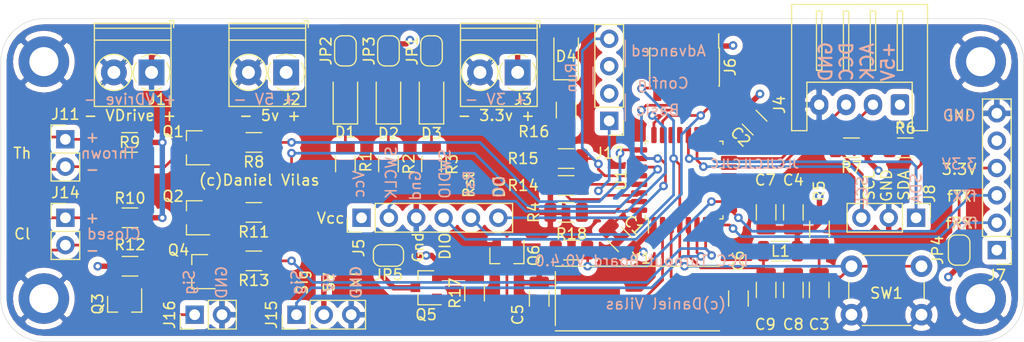
<source format=kicad_pcb>
(kicad_pcb (version 20171130) (host pcbnew 5.1.10-88a1d61d58~90~ubuntu21.04.1)
  (layers (0 F.Cu signal) (1 In1.Cu power) (2 In2.Cu power) (31 B.Cu signal) (34 B.Paste user) (35 F.Paste user) (36 B.SilkS user) (37 F.SilkS user) (38 B.Mask user) (39 F.Mask user) (44 Edge.Cuts user))
  (net 0 "")
  (net 1 GND)
  (net 2 Vdrive)
  (net 3 +5V)
  (net 4 "Net-(D1-Pad1)")
  (net 5 "Net-(Q1-Pad1)")
  (net 6 +3V3)
  (net 7 "Net-(Q2-Pad1)")
  (net 8 "Net-(D4-Pad1)")
  (net 9 /_dcc)
  (net 10 /_ack)
  (net 11 "Net-(Q4-Pad1)")
  (net 12 "/uC 030K6/NRST")
  (net 13 "/uC 030K6/PF0")
  (net 14 "/uC 030K6/PF1")
  (net 15 "/uC 030K6/_VDDA")
  (net 16 "/uC 030K6/PB3")
  (net 17 "/uC 030K6/PA13")
  (net 18 "/uC 030K6/PA14")
  (net 19 "/uC 030K6/BOOT0")
  (net 20 "Net-(D1-Pad2)")
  (net 21 "Net-(D2-Pad2)")
  (net 22 "Net-(D2-Pad1)")
  (net 23 "Net-(D3-Pad2)")
  (net 24 "Net-(D3-Pad1)")
  (net 25 /F_Vcc)
  (net 26 /F_TX)
  (net 27 /F_RX)
  (net 28 /SDA)
  (net 29 /SCL)
  (net 30 "Net-(J11-Pad1)")
  (net 31 "Net-(J10-Pad1)")
  (net 32 "Net-(J12-Pad1)")
  (net 33 "Net-(J13-Pad1)")
  (net 34 /ThrownLed)
  (net 35 /ClosedLed)
  (net 36 /ServoSig)
  (net 37 "Net-(J16-Pad1)")
  (net 38 "Net-(Q3-Pad1)")
  (net 39 /ReleEn)
  (net 40 /CfgAdvanced)
  (net 41 /CfgBasic)
  (net 42 /CfgStatus)
  (net 43 "Net-(Q5-Pad1)")
  (net 44 "Net-(Q6-Pad1)")
  (net 45 "/Out Puts/_ServoPwr")
  (net 46 /ServoEn)
  (module Project:HC-49SM8MH (layer F.Cu) (at 84.5 66)
    (fp_text reference Y1 (at 0 -3.75) (layer F.SilkS))
    (fp_text value 8MHz)
    (pad 2 smd rect (at 4.75 0) (size 5.5 2) (layers F.Cu F.Paste F.Mask) (net 14 "/uC 030K6/PF1"))
    (pad 1 smd rect (at -4.75 0) (size 5.5 2) (layers F.Cu F.Paste F.Mask) (net 13 "/uC 030K6/PF0"))
  )
  (module Package_QFP:LQFP-32_7x7mm_P0.8mm (layer F.Cu) (at 88.455 54.996 90)
    (fp_text reference U1 (at 0 -5.88 90) (layer F.SilkS))
    (fp_text value STM32F030K6Tx)
    (pad 32 smd roundrect (at -2.8 -4.175 90) (size 0.5 1.5) (layers F.Cu F.Paste F.Mask) (net 1 GND))
    (pad 31 smd roundrect (at -2 -4.175 90) (size 0.5 1.5) (layers F.Cu F.Paste F.Mask) (net 19 "/uC 030K6/BOOT0"))
    (pad 30 smd roundrect (at -1.2 -4.175 90) (size 0.5 1.5) (layers F.Cu F.Paste F.Mask) (net 42 /CfgStatus))
    (pad 29 smd roundrect (at -0.4 -4.175 90) (size 0.5 1.5) (layers F.Cu F.Paste F.Mask) (net 41 /CfgBasic))
    (pad 28 smd roundrect (at 0.4 -4.175 90) (size 0.5 1.5) (layers F.Cu F.Paste F.Mask) (net 40 /CfgAdvanced))
    (pad 27 smd roundrect (at 1.2 -4.175 90) (size 0.5 1.5) (layers F.Cu F.Paste F.Mask) (net 35 /ClosedLed))
    (pad 26 smd roundrect (at 2 -4.175 90) (size 0.5 1.5) (layers F.Cu F.Paste F.Mask) (net 16 "/uC 030K6/PB3"))
    (pad 25 smd roundrect (at 2.8 -4.175 90) (size 0.5 1.5) (layers F.Cu F.Paste F.Mask) (net 34 /ThrownLed))
    (pad 24 smd roundrect (at 4.175 -2.8 90) (size 1.5 0.5) (layers F.Cu F.Paste F.Mask) (net 18 "/uC 030K6/PA14"))
    (pad 23 smd roundrect (at 4.175 -2 90) (size 1.5 0.5) (layers F.Cu F.Paste F.Mask) (net 17 "/uC 030K6/PA13"))
    (pad 22 smd roundrect (at 4.175 -1.2 90) (size 1.5 0.5) (layers F.Cu F.Paste F.Mask))
    (pad 21 smd roundrect (at 4.175 -0.4 90) (size 1.5 0.5) (layers F.Cu F.Paste F.Mask))
    (pad 20 smd roundrect (at 4.175 0.4 90) (size 1.5 0.5) (layers F.Cu F.Paste F.Mask) (net 28 /SDA))
    (pad 19 smd roundrect (at 4.175 1.2 90) (size 1.5 0.5) (layers F.Cu F.Paste F.Mask) (net 29 /SCL))
    (pad 18 smd roundrect (at 4.175 2 90) (size 1.5 0.5) (layers F.Cu F.Paste F.Mask))
    (pad 17 smd roundrect (at 4.175 2.8 90) (size 1.5 0.5) (layers F.Cu F.Paste F.Mask) (net 6 +3V3))
    (pad 16 smd roundrect (at 2.8 4.175 90) (size 0.5 1.5) (layers F.Cu F.Paste F.Mask) (net 1 GND))
    (pad 15 smd roundrect (at 2 4.175 90) (size 0.5 1.5) (layers F.Cu F.Paste F.Mask) (net 9 /_dcc))
    (pad 14 smd roundrect (at 1.2 4.175 90) (size 0.5 1.5) (layers F.Cu F.Paste F.Mask) (net 10 /_ack))
    (pad 13 smd roundrect (at 0.4 4.175 90) (size 0.5 1.5) (layers F.Cu F.Paste F.Mask))
    (pad 12 smd roundrect (at -0.4 4.175 90) (size 0.5 1.5) (layers F.Cu F.Paste F.Mask))
    (pad 11 smd roundrect (at -1.2 4.175 90) (size 0.5 1.5) (layers F.Cu F.Paste F.Mask))
    (pad 10 smd roundrect (at -2 4.175 90) (size 0.5 1.5) (layers F.Cu F.Paste F.Mask) (net 46 /ServoEn))
    (pad 9 smd roundrect (at -2.8 4.175 90) (size 0.5 1.5) (layers F.Cu F.Paste F.Mask) (net 26 /F_TX))
    (pad 8 smd roundrect (at -4.175 2.8 90) (size 1.5 0.5) (layers F.Cu F.Paste F.Mask) (net 27 /F_RX))
    (pad 7 smd roundrect (at -4.175 2 90) (size 1.5 0.5) (layers F.Cu F.Paste F.Mask) (net 39 /ReleEn))
    (pad 6 smd roundrect (at -4.175 1.2 90) (size 1.5 0.5) (layers F.Cu F.Paste F.Mask) (net 36 /ServoSig))
    (pad 5 smd roundrect (at -4.175 0.4 90) (size 1.5 0.5) (layers F.Cu F.Paste F.Mask) (net 15 "/uC 030K6/_VDDA"))
    (pad 4 smd roundrect (at -4.175 -0.4 90) (size 1.5 0.5) (layers F.Cu F.Paste F.Mask) (net 12 "/uC 030K6/NRST"))
    (pad 3 smd roundrect (at -4.175 -1.2 90) (size 1.5 0.5) (layers F.Cu F.Paste F.Mask) (net 14 "/uC 030K6/PF1"))
    (pad 2 smd roundrect (at -4.175 -2 90) (size 1.5 0.5) (layers F.Cu F.Paste F.Mask) (net 13 "/uC 030K6/PF0"))
    (pad 1 smd roundrect (at -4.175 -2.8 90) (size 1.5 0.5) (layers F.Cu F.Paste F.Mask) (net 6 +3V3))
  )
  (module Resistor_SMD:R_1206_3216Metric (layer F.Cu) (at 78 61.5 180)
    (fp_text reference R18 (at 0 1.5) (layer F.SilkS))
    (fp_text value 1K)
    (pad 2 smd roundrect (at 1.4625 0 180) (size 1.125 1.75) (layers F.Cu F.Paste F.Mask) (roundrect_rratio 0.222222) (net 44 "Net-(Q6-Pad1)"))
    (pad 1 smd roundrect (at -1.4625 0 180) (size 1.125 1.75) (layers F.Cu F.Paste F.Mask) (roundrect_rratio 0.222222) (net 46 /ServoEn))
  )
  (module Resistor_SMD:R_1206_3216Metric (layer F.Cu) (at 69 65.5 90)
    (fp_text reference R17 (at 0 -1.82 90) (layer F.SilkS))
    (fp_text value 1K)
    (pad 2 smd roundrect (at 1.4625 0 90) (size 1.125 1.75) (layers F.Cu F.Paste F.Mask) (roundrect_rratio 0.222222) (net 3 +5V))
    (pad 1 smd roundrect (at -1.4625 0 90) (size 1.125 1.75) (layers F.Cu F.Paste F.Mask) (roundrect_rratio 0.222222) (net 43 "Net-(Q5-Pad1)"))
  )
  (module Package_TO_SOT_SMD:SOT-23 (layer F.Cu) (at 72 62 270)
    (fp_text reference Q6 (at 0 -2.5 90) (layer F.SilkS))
    (fp_text value NXV55UNR)
    (pad 3 smd rect (at 1 0 270) (size 0.9 0.8) (layers F.Cu F.Paste F.Mask) (net 43 "Net-(Q5-Pad1)"))
    (pad 2 smd rect (at -1 0.95 270) (size 0.9 0.8) (layers F.Cu F.Paste F.Mask) (net 1 GND))
    (pad 1 smd rect (at -1 -0.95 270) (size 0.9 0.8) (layers F.Cu F.Paste F.Mask) (net 44 "Net-(Q6-Pad1)"))
  )
  (module Package_TO_SOT_SMD:SOT-23 (layer F.Cu) (at 64.5 65 180)
    (fp_text reference Q5 (at 0 -2.5) (layer F.SilkS))
    (fp_text value NXV90EPR)
    (pad 3 smd rect (at 1 0 180) (size 0.9 0.8) (layers F.Cu F.Paste F.Mask) (net 45 "/Out Puts/_ServoPwr"))
    (pad 2 smd rect (at -1 0.95 180) (size 0.9 0.8) (layers F.Cu F.Paste F.Mask) (net 3 +5V))
    (pad 1 smd rect (at -1 -0.95 180) (size 0.9 0.8) (layers F.Cu F.Paste F.Mask) (net 43 "Net-(Q5-Pad1)"))
  )
  (module Jumper:SolderJumper-2_P1.3mm_Open_RoundedPad1.0x1.5mm (layer F.Cu) (at 61 62 180)
    (fp_text reference JP5 (at 0 -1.8) (layer F.SilkS))
    (fp_text value Jumper_2_Open)
    (pad 2 smd custom (at 0.65 0 180) (size 1 0.5) (layers F.Cu F.Mask) (net 45 "/Out Puts/_ServoPwr") (options (clearance outline) (anchor rect)) (primitives (gr_circle (center 0 0.25) (end 0.5 0.25) (width 0)) (gr_circle (center 0 -0.25) (end 0.5 -0.25) (width 0)) (gr_poly (pts (xy 0 -0.75) (xy -0.5 -0.75) (xy -0.5 0.75) (xy 0 0.75)) (width 0))))
    (pad 1 smd custom (at -0.65 0 180) (size 1 0.5) (layers F.Cu F.Mask) (net 3 +5V) (options (clearance outline) (anchor rect)) (primitives (gr_circle (center 0 0.25) (end 0.5 0.25) (width 0)) (gr_circle (center 0 -0.25) (end 0.5 -0.25) (width 0)) (gr_poly (pts (xy 0 -0.75) (xy 0.5 -0.75) (xy 0.5 0.75) (xy 0 0.75)) (width 0))))
  )
  (module Resistor_SMD:R_1206_3216Metric (layer F.Cu) (at 77.5 48.5 270)
    (fp_text reference R16 (at 2 3 180) (layer F.SilkS))
    (fp_text value 100)
    (pad 2 smd roundrect (at 1.4625 0 270) (size 1.125 1.75) (layers F.Cu F.Paste F.Mask) (roundrect_rratio 0.222222) (net 42 /CfgStatus))
    (pad 1 smd roundrect (at -1.4625 0 270) (size 1.125 1.75) (layers F.Cu F.Paste F.Mask) (roundrect_rratio 0.222222) (net 8 "Net-(D4-Pad1)"))
  )
  (module LED_SMD:LED_1206_3216Metric (layer F.Cu) (at 77.5 43.4 90)
    (fp_text reference D4 (at -0.1 0 180) (layer F.SilkS))
    (fp_text value LED)
    (pad 2 smd roundrect (at 1.4 0 90) (size 1.25 1.75) (layers F.Cu F.Paste F.Mask) (roundrect_rratio 0.2) (net 6 +3V3))
    (pad 1 smd roundrect (at -1.4 0 90) (size 1.25 1.75) (layers F.Cu F.Paste F.Mask) (roundrect_rratio 0.2) (net 8 "Net-(D4-Pad1)"))
  )
  (module Resistor_SMD:R_1206_3216Metric (layer F.Cu) (at 77.5 53)
    (fp_text reference R15 (at -4 0) (layer F.SilkS))
    (fp_text value 1K)
    (pad 2 smd roundrect (at 1.4625 0) (size 1.125 1.75) (layers F.Cu F.Paste F.Mask) (roundrect_rratio 0.222222) (net 40 /CfgAdvanced))
    (pad 1 smd roundrect (at -1.4625 0) (size 1.125 1.75) (layers F.Cu F.Paste F.Mask) (roundrect_rratio 0.222222) (net 1 GND))
  )
  (module Connector_PinHeader_2.54mm:PinHeader_1x04_P2.54mm_Vertical (layer F.Cu) (at 81.5 49.5 180)
    (fp_text reference J17 (at 0 -3) (layer F.SilkS))
    (fp_text value Conn_01x04)
    (pad 4 thru_hole oval (at 0 7.62 180) (size 1.7 1.7) (drill 1) (layers *.Cu *.Mask) (net 40 /CfgAdvanced))
    (pad 3 thru_hole oval (at 0 5.08 180) (size 1.7 1.7) (drill 1) (layers *.Cu *.Mask) (net 6 +3V3))
    (pad 2 thru_hole oval (at 0 2.54 180) (size 1.7 1.7) (drill 1) (layers *.Cu *.Mask) (net 6 +3V3))
    (pad 1 thru_hole rect (at 0 0 180) (size 1.7 1.7) (drill 1) (layers *.Cu *.Mask) (net 41 /CfgBasic))
  )
  (module Resistor_SMD:R_1206_3216Metric (layer F.Cu) (at 77.5 55.5)
    (fp_text reference R14 (at -4 0) (layer F.SilkS))
    (fp_text value 1K)
    (pad 2 smd roundrect (at 1.4625 0) (size 1.125 1.75) (layers F.Cu F.Paste F.Mask) (roundrect_rratio 0.222222) (net 41 /CfgBasic))
    (pad 1 smd roundrect (at -1.4625 0) (size 1.125 1.75) (layers F.Cu F.Paste F.Mask) (roundrect_rratio 0.222222) (net 1 GND))
  )
  (module Package_TO_SOT_SMD:SOT-23 (layer F.Cu) (at 36.5 66.5 270)
    (fp_text reference Q3 (at 0 2.5 90) (layer F.SilkS))
    (fp_text value NXV90EPR)
    (pad 3 smd rect (at 1 0 270) (size 0.9 0.8) (layers F.Cu F.Paste F.Mask) (net 37 "Net-(J16-Pad1)"))
    (pad 2 smd rect (at -1 0.95 270) (size 0.9 0.8) (layers F.Cu F.Paste F.Mask) (net 3 +5V))
    (pad 1 smd rect (at -1 -0.95 270) (size 0.9 0.8) (layers F.Cu F.Paste F.Mask) (net 38 "Net-(Q3-Pad1)"))
  )
  (module Resistor_SMD:R_1206_3216Metric (layer F.Cu) (at 48.5 62.5 180)
    (fp_text reference R13 (at 0 -1.82) (layer F.SilkS))
    (fp_text value 1K)
    (pad 2 smd roundrect (at 1.4625 0 180) (size 1.125 1.75) (layers F.Cu F.Paste F.Mask) (roundrect_rratio 0.222222) (net 11 "Net-(Q4-Pad1)"))
    (pad 1 smd roundrect (at -1.4625 0 180) (size 1.125 1.75) (layers F.Cu F.Paste F.Mask) (roundrect_rratio 0.222222) (net 39 /ReleEn))
  )
  (module Resistor_SMD:R_1206_3216Metric (layer F.Cu) (at 37 63 180)
    (fp_text reference R12 (at 0 2) (layer F.SilkS))
    (fp_text value 1K)
    (pad 2 smd roundrect (at 1.4625 0 180) (size 1.125 1.75) (layers F.Cu F.Paste F.Mask) (roundrect_rratio 0.222222) (net 3 +5V))
    (pad 1 smd roundrect (at -1.4625 0 180) (size 1.125 1.75) (layers F.Cu F.Paste F.Mask) (roundrect_rratio 0.222222) (net 38 "Net-(Q3-Pad1)"))
  )
  (module Package_TO_SOT_SMD:SOT-23 (layer F.Cu) (at 43.5 63.5 180)
    (fp_text reference Q4 (at 2 2) (layer F.SilkS))
    (fp_text value NXV55UNR)
    (pad 3 smd rect (at 1 0 180) (size 0.9 0.8) (layers F.Cu F.Paste F.Mask) (net 38 "Net-(Q3-Pad1)"))
    (pad 2 smd rect (at -1 0.95 180) (size 0.9 0.8) (layers F.Cu F.Paste F.Mask) (net 1 GND))
    (pad 1 smd rect (at -1 -0.95 180) (size 0.9 0.8) (layers F.Cu F.Paste F.Mask) (net 11 "Net-(Q4-Pad1)"))
  )
  (module Connector_PinHeader_2.54mm:PinHeader_1x02_P2.54mm_Vertical (layer F.Cu) (at 43 67.5 90)
    (fp_text reference J16 (at 0 -2.33 90) (layer F.SilkS))
    (fp_text value Conn_01x02)
    (pad 2 thru_hole oval (at 0 2.54 90) (size 1.7 1.7) (drill 1) (layers *.Cu *.Mask) (net 1 GND))
    (pad 1 thru_hole rect (at 0 0 90) (size 1.7 1.7) (drill 1) (layers *.Cu *.Mask) (net 37 "Net-(J16-Pad1)"))
  )
  (module Connector_PinHeader_2.54mm:PinHeader_1x03_P2.54mm_Vertical (layer F.Cu) (at 52.46 67.5 90)
    (fp_text reference J15 (at 0 -2.33 90) (layer F.SilkS))
    (fp_text value Conn_01x03)
    (pad 3 thru_hole oval (at 0 5.08 90) (size 1.7 1.7) (drill 1) (layers *.Cu *.Mask) (net 1 GND))
    (pad 2 thru_hole oval (at 0 2.54 90) (size 1.7 1.7) (drill 1) (layers *.Cu *.Mask) (net 45 "/Out Puts/_ServoPwr"))
    (pad 1 thru_hole rect (at 0 0 90) (size 1.7 1.7) (drill 1) (layers *.Cu *.Mask) (net 36 /ServoSig))
  )
  (module Resistor_SMD:R_1206_3216Metric (layer F.Cu) (at 48.5 58 180)
    (fp_text reference R11 (at 0 -1.82) (layer F.SilkS))
    (fp_text value 1K)
    (pad 2 smd roundrect (at 1.4625 0 180) (size 1.125 1.75) (layers F.Cu F.Paste F.Mask) (roundrect_rratio 0.222222) (net 7 "Net-(Q2-Pad1)"))
    (pad 1 smd roundrect (at -1.4625 0 180) (size 1.125 1.75) (layers F.Cu F.Paste F.Mask) (roundrect_rratio 0.222222) (net 35 /ClosedLed))
  )
  (module Resistor_SMD:R_1206_3216Metric (layer F.Cu) (at 37 58.5)
    (fp_text reference R10 (at 0 -1.82) (layer F.SilkS))
    (fp_text value 1K)
    (pad 2 smd roundrect (at 1.4625 0) (size 1.125 1.75) (layers F.Cu F.Paste F.Mask) (roundrect_rratio 0.222222) (net 2 Vdrive))
    (pad 1 smd roundrect (at -1.4625 0) (size 1.125 1.75) (layers F.Cu F.Paste F.Mask) (roundrect_rratio 0.222222) (net 32 "Net-(J12-Pad1)"))
  )
  (module Package_TO_SOT_SMD:SOT-23 (layer F.Cu) (at 43 58.5 180)
    (fp_text reference Q2 (at 2 2) (layer F.SilkS))
    (fp_text value NXV55UNR)
    (pad 3 smd rect (at 1 0 180) (size 0.9 0.8) (layers F.Cu F.Paste F.Mask) (net 33 "Net-(J13-Pad1)"))
    (pad 2 smd rect (at -1 0.95 180) (size 0.9 0.8) (layers F.Cu F.Paste F.Mask) (net 1 GND))
    (pad 1 smd rect (at -1 -0.95 180) (size 0.9 0.8) (layers F.Cu F.Paste F.Mask) (net 7 "Net-(Q2-Pad1)"))
  )
  (module Connector_PinHeader_2.54mm:PinHeader_1x02_P2.54mm_Vertical (layer F.Cu) (at 31 58.5)
    (fp_text reference J14 (at 0 -2.33) (layer F.SilkS))
    (fp_text value Conn_01x02)
    (pad 2 thru_hole oval (at 0 2.54) (size 1.7 1.7) (drill 1) (layers *.Cu *.Mask) (net 33 "Net-(J13-Pad1)"))
    (pad 1 thru_hole rect (at 0 0) (size 1.7 1.7) (drill 1) (layers *.Cu *.Mask) (net 32 "Net-(J12-Pad1)"))
  )
  (module Connector_Wire:SolderWirePad_1x01_SMD_1x2mm (layer F.Cu) (at 27 61.5 90)
    (fp_text reference J13 hide)
    (fp_text value Conn_01x01)
    (pad 1 smd roundrect (at 0 0 90) (size 1 2) (layers F.Cu F.Paste F.Mask) (net 33 "Net-(J13-Pad1)"))
  )
  (module Connector_Wire:SolderWirePad_1x01_SMD_1x2mm (layer F.Cu) (at 27 58.5 90)
    (fp_text reference J12 hide)
    (fp_text value Conn_01x01)
    (pad 1 smd roundrect (at 0 0 90) (size 1 2) (layers F.Cu F.Paste F.Mask) (net 32 "Net-(J12-Pad1)"))
  )
  (module Resistor_SMD:R_1206_3216Metric (layer F.Cu) (at 36.9625 51.5)
    (fp_text reference R9 (at 0 0) (layer F.SilkS))
    (fp_text value 1K)
    (pad 2 smd roundrect (at 1.4625 0) (size 1.125 1.75) (layers F.Cu F.Paste F.Mask) (roundrect_rratio 0.222222) (net 2 Vdrive))
    (pad 1 smd roundrect (at -1.4625 0) (size 1.125 1.75) (layers F.Cu F.Paste F.Mask) (roundrect_rratio 0.222222) (net 30 "Net-(J11-Pad1)"))
  )
  (module Connector_PinHeader_2.54mm:PinHeader_1x02_P2.54mm_Vertical (layer F.Cu) (at 30.995 51.215)
    (fp_text reference J11 (at 0 -2.33) (layer F.SilkS))
    (fp_text value Conn_01x02)
    (pad 2 thru_hole oval (at 0 2.54) (size 1.7 1.7) (drill 1) (layers *.Cu *.Mask) (net 31 "Net-(J10-Pad1)"))
    (pad 1 thru_hole rect (at 0 0) (size 1.7 1.7) (drill 1) (layers *.Cu *.Mask) (net 30 "Net-(J11-Pad1)"))
  )
  (module Connector_Wire:SolderWirePad_1x01_SMD_1x2mm (layer F.Cu) (at 27 54 90)
    (fp_text reference J10 hide)
    (fp_text value Conn_01x01)
    (pad 1 smd roundrect (at 0 0 90) (size 1 2) (layers F.Cu F.Paste F.Mask) (net 31 "Net-(J10-Pad1)"))
  )
  (module Connector_Wire:SolderWirePad_1x01_SMD_1x2mm (layer F.Cu) (at 27 51 90)
    (fp_text reference J9 hide)
    (fp_text value Conn_01x01)
    (pad 1 smd roundrect (at 0 0 90) (size 1 2) (layers F.Cu F.Paste F.Mask) (net 30 "Net-(J11-Pad1)"))
  )
  (module Resistor_SMD:R_1206_3216Metric (layer F.Cu) (at 48.5 51.5 180)
    (fp_text reference R8 (at 0 -1.82) (layer F.SilkS))
    (fp_text value 1K)
    (pad 2 smd roundrect (at 1.4625 0 180) (size 1.125 1.75) (layers F.Cu F.Paste F.Mask) (roundrect_rratio 0.222222) (net 5 "Net-(Q1-Pad1)"))
    (pad 1 smd roundrect (at -1.4625 0 180) (size 1.125 1.75) (layers F.Cu F.Paste F.Mask) (roundrect_rratio 0.222222) (net 34 /ThrownLed))
  )
  (module Resistor_SMD:R_1206_3216Metric (layer F.Cu) (at 104 52 180)
    (fp_text reference R7 (at 0 -1.82) (layer F.SilkS))
    (fp_text value 1K)
    (pad 1 smd roundrect (at -1.4625 0 180) (size 1.125 1.75) (layers F.Cu F.Paste F.Mask) (roundrect_rratio 0.222222) (net 6 +3V3))
    (pad 2 smd roundrect (at 1.4625 0 180) (size 1.125 1.75) (layers F.Cu F.Paste F.Mask) (roundrect_rratio 0.222222) (net 29 /SCL))
  )
  (module Resistor_SMD:R_1206_3216Metric (layer F.Cu) (at 109 52)
    (fp_text reference R6 (at 0 -1.82) (layer F.SilkS))
    (fp_text value 1K)
    (pad 1 smd roundrect (at -1.4625 0) (size 1.125 1.75) (layers F.Cu F.Paste F.Mask) (roundrect_rratio 0.222222) (net 6 +3V3))
    (pad 2 smd roundrect (at 1.4625 0) (size 1.125 1.75) (layers F.Cu F.Paste F.Mask) (roundrect_rratio 0.222222) (net 28 /SDA))
  )
  (module Package_TO_SOT_SMD:SOT-23 (layer F.Cu) (at 43 52 180)
    (fp_text reference Q1 (at 2 1.5) (layer F.SilkS))
    (fp_text value NXV55UNR)
    (pad 3 smd rect (at 1 0 180) (size 0.9 0.8) (layers F.Cu F.Paste F.Mask) (net 31 "Net-(J10-Pad1)"))
    (pad 2 smd rect (at -1 0.95 180) (size 0.9 0.8) (layers F.Cu F.Paste F.Mask) (net 1 GND))
    (pad 1 smd rect (at -1 -0.95 180) (size 0.9 0.8) (layers F.Cu F.Paste F.Mask) (net 5 "Net-(Q1-Pad1)"))
  )
  (module Connector_PinHeader_2.54mm:PinHeader_1x03_P2.54mm_Vertical (layer F.Cu) (at 110 58.5 270)
    (fp_text reference J8 (at -2.25 -1.25 90) (layer F.SilkS))
    (fp_text value Conn_01x03)
    (pad 1 thru_hole rect (at 0 0 270) (size 1.7 1.7) (drill 1) (layers *.Cu *.Mask) (net 28 /SDA))
    (pad 2 thru_hole oval (at 0 2.54 270) (size 1.7 1.7) (drill 1) (layers *.Cu *.Mask) (net 1 GND))
    (pad 3 thru_hole oval (at 0 5.08 270) (size 1.7 1.7) (drill 1) (layers *.Cu *.Mask) (net 29 /SCL))
  )
  (module Jumper:SolderJumper-2_P1.3mm_Bridged_RoundedPad1.0x1.5mm (layer F.Cu) (at 114 61.5 270)
    (fp_text reference JP4 (at 0 2 90) (layer F.SilkS))
    (fp_text value Jumper_2_Bridged)
    (fp_poly (pts (xy 0.25 -0.3) (xy -0.25 -0.3) (xy -0.25 0.3) (xy 0.25 0.3)) (layer F.Cu) (width 0))
    (pad 1 smd custom (at -0.65 0 270) (size 1 0.5) (layers F.Cu F.Mask) (net 25 /F_Vcc) (options (clearance outline) (anchor rect)) (primitives (gr_circle (center 0 0.25) (end 0.5 0.25) (width 0)) (gr_circle (center 0 -0.25) (end 0.5 -0.25) (width 0)) (gr_poly (pts (xy 0 -0.75) (xy 0.5 -0.75) (xy 0.5 0.75) (xy 0 0.75)) (width 0))))
    (pad 2 smd custom (at 0.65 0 270) (size 1 0.5) (layers F.Cu F.Mask) (net 6 +3V3) (options (clearance outline) (anchor rect)) (primitives (gr_circle (center 0 0.25) (end 0.5 0.25) (width 0)) (gr_circle (center 0 -0.25) (end 0.5 -0.25) (width 0)) (gr_poly (pts (xy 0 -0.75) (xy -0.5 -0.75) (xy -0.5 0.75) (xy 0 0.75)) (width 0))))
  )
  (module Connector_PinHeader_2.54mm:PinHeader_1x06_P2.54mm_Vertical (layer F.Cu) (at 117.5 61.5 180)
    (fp_text reference J7 (at 0 -2.33) (layer F.SilkS))
    (fp_text value Conn_01x06)
    (pad 6 thru_hole oval (at 0 12.7 180) (size 1.7 1.7) (drill 1) (layers *.Cu *.Mask) (net 1 GND))
    (pad 5 thru_hole oval (at 0 10.16 180) (size 1.7 1.7) (drill 1) (layers *.Cu *.Mask))
    (pad 4 thru_hole oval (at 0 7.62 180) (size 1.7 1.7) (drill 1) (layers *.Cu *.Mask) (net 25 /F_Vcc))
    (pad 3 thru_hole oval (at 0 5.08 180) (size 1.7 1.7) (drill 1) (layers *.Cu *.Mask) (net 26 /F_TX))
    (pad 2 thru_hole oval (at 0 2.54 180) (size 1.7 1.7) (drill 1) (layers *.Cu *.Mask) (net 27 /F_RX))
    (pad 1 thru_hole rect (at 0 0 180) (size 1.7 1.7) (drill 1) (layers *.Cu *.Mask))
  )
  (module Capacitor_SMD:C_1206_3216Metric (layer F.Cu) (at 98.6 58 90)
    (fp_text reference C4 (at 3 0 180) (layer F.SilkS))
    (fp_text value 1uF)
    (pad 1 smd roundrect (at -1.475 0 90) (size 1.15 1.8) (layers F.Cu F.Paste F.Mask) (roundrect_rratio 0.217391) (net 6 +3V3))
    (pad 2 smd roundrect (at 1.475 0 90) (size 1.15 1.8) (layers F.Cu F.Paste F.Mask) (roundrect_rratio 0.217391) (net 1 GND))
  )
  (module Capacitor_SMD:C_1206_3216Metric (layer F.Cu) (at 101 65.2 270)
    (fp_text reference C3 (at 3.2 0 180) (layer F.SilkS))
    (fp_text value 100nf)
    (pad 1 smd roundrect (at -1.475 0 270) (size 1.15 1.8) (layers F.Cu F.Paste F.Mask) (roundrect_rratio 0.217391) (net 12 "/uC 030K6/NRST"))
    (pad 2 smd roundrect (at 1.475 0 270) (size 1.15 1.8) (layers F.Cu F.Paste F.Mask) (roundrect_rratio 0.217391) (net 1 GND))
  )
  (module Resistor_SMD:R_1206_3216Metric (layer F.Cu) (at 101.028 59.5375 270)
    (fp_text reference R5 (at -3.5375 0.028 90) (layer F.SilkS))
    (fp_text value 10K)
    (pad 1 smd roundrect (at -1.4625 0 270) (size 1.125 1.75) (layers F.Cu F.Paste F.Mask) (roundrect_rratio 0.222222) (net 6 +3V3))
    (pad 2 smd roundrect (at 1.4625 0 270) (size 1.125 1.75) (layers F.Cu F.Paste F.Mask) (roundrect_rratio 0.222222) (net 12 "/uC 030K6/NRST"))
  )
  (module Resistor_SMD:R_1206_3216Metric (layer F.Cu) (at 77.5 58 180)
    (fp_text reference R4 (at 3 0 270) (layer F.SilkS))
    (fp_text value 10K)
    (pad 1 smd roundrect (at -1.4625 0 180) (size 1.125 1.75) (layers F.Cu F.Paste F.Mask) (roundrect_rratio 0.222222) (net 19 "/uC 030K6/BOOT0"))
    (pad 2 smd roundrect (at 1.4625 0 180) (size 1.125 1.75) (layers F.Cu F.Paste F.Mask) (roundrect_rratio 0.222222) (net 1 GND))
  )
  (module Inductor_SMD:L_1206_3216Metric (layer F.Cu) (at 97.4 61.6)
    (fp_text reference L1 (at 0 0) (layer F.SilkS))
    (fp_text value 10uH)
    (pad 1 smd roundrect (at -1.575 0) (size 1.05 1.9) (layers F.Cu F.Paste F.Mask) (roundrect_rratio 0.238095) (net 15 "/uC 030K6/_VDDA"))
    (pad 2 smd roundrect (at 1.575 0) (size 1.05 1.9) (layers F.Cu F.Paste F.Mask) (roundrect_rratio 0.238095) (net 6 +3V3))
  )
  (module Capacitor_SMD:C_1206_3216Metric (layer F.Cu) (at 96.075 65.2 270)
    (fp_text reference C9 (at 3.2 0.075 180) (layer F.SilkS))
    (fp_text value 10nF)
    (pad 1 smd roundrect (at -1.475 0 270) (size 1.15 1.8) (layers F.Cu F.Paste F.Mask) (roundrect_rratio 0.217391) (net 15 "/uC 030K6/_VDDA"))
    (pad 2 smd roundrect (at 1.475 0 270) (size 1.15 1.8) (layers F.Cu F.Paste F.Mask) (roundrect_rratio 0.217391) (net 1 GND))
  )
  (module Capacitor_SMD:C_1206_3216Metric (layer F.Cu) (at 98.6 65.2 270)
    (fp_text reference C8 (at 3.2 0 180) (layer F.SilkS))
    (fp_text value 1uF)
    (pad 1 smd roundrect (at -1.475 0 270) (size 1.15 1.8) (layers F.Cu F.Paste F.Mask) (roundrect_rratio 0.217391) (net 15 "/uC 030K6/_VDDA"))
    (pad 2 smd roundrect (at 1.475 0 270) (size 1.15 1.8) (layers F.Cu F.Paste F.Mask) (roundrect_rratio 0.217391) (net 1 GND))
  )
  (module Capacitor_SMD:C_1206_3216Metric (layer F.Cu) (at 96.075 58 90)
    (fp_text reference C7 (at 3 -0.075 180) (layer F.SilkS))
    (fp_text value 10nF)
    (pad 1 smd roundrect (at -1.475 0 90) (size 1.15 1.8) (layers F.Cu F.Paste F.Mask) (roundrect_rratio 0.217391) (net 6 +3V3))
    (pad 2 smd roundrect (at 1.475 0 90) (size 1.15 1.8) (layers F.Cu F.Paste F.Mask) (roundrect_rratio 0.217391) (net 1 GND))
  )
  (module Capacitor_SMD:C_1206_3216Metric (layer F.Cu) (at 93.5 66 270)
    (fp_text reference C6 (at -3.5 0 270) (layer F.SilkS))
    (fp_text value 20pf)
    (pad 1 smd roundrect (at -1.475 0 270) (size 1.15 1.8) (layers F.Cu F.Paste F.Mask) (roundrect_rratio 0.217391) (net 14 "/uC 030K6/PF1"))
    (pad 2 smd roundrect (at 1.475 0 270) (size 1.15 1.8) (layers F.Cu F.Paste F.Mask) (roundrect_rratio 0.217391) (net 1 GND))
  )
  (module Capacitor_SMD:C_1206_3216Metric (layer F.Cu) (at 75 66 90)
    (fp_text reference C5 (at -1.5 -2 270) (layer F.SilkS))
    (fp_text value 20pf)
    (pad 1 smd roundrect (at -1.475 0 90) (size 1.15 1.8) (layers F.Cu F.Paste F.Mask) (roundrect_rratio 0.217391) (net 13 "/uC 030K6/PF0"))
    (pad 2 smd roundrect (at 1.475 0 90) (size 1.15 1.8) (layers F.Cu F.Paste F.Mask) (roundrect_rratio 0.217391) (net 1 GND))
  )
  (module Capacitor_SMD:C_1206_3216Metric (layer F.Cu) (at 95 49.662 135)
    (fp_text reference C2 (at 0 -1.85 135) (layer F.SilkS))
    (fp_text value 100nf)
    (pad 1 smd roundrect (at -1.475 0 135) (size 1.15 1.8) (layers F.Cu F.Paste F.Mask) (roundrect_rratio 0.217391) (net 1 GND))
    (pad 2 smd roundrect (at 1.475 0 135) (size 1.15 1.8) (layers F.Cu F.Paste F.Mask) (roundrect_rratio 0.217391) (net 6 +3V3))
  )
  (module Capacitor_SMD:C_1206_3216Metric (layer F.Cu) (at 82.5 60.5 315)
    (fp_text reference C1 (at 0 -1.85 135) (layer F.SilkS))
    (fp_text value 100nf)
    (pad 1 smd roundrect (at -1.475 0 315) (size 1.15 1.8) (layers F.Cu F.Paste F.Mask) (roundrect_rratio 0.217391) (net 1 GND))
    (pad 2 smd roundrect (at 1.475 0 315) (size 1.15 1.8) (layers F.Cu F.Paste F.Mask) (roundrect_rratio 0.217391) (net 6 +3V3))
  )
  (module Connector_PinHeader_2.54mm:PinHeader_1x06_P2.54mm_Vertical (layer F.Cu) (at 58.5 58.5 90)
    (fp_text reference J5 (at -2.8067 -0.254 90) (layer F.SilkS))
    (fp_text value Conn_01x06)
    (pad 1 thru_hole rect (at 0 0 90) (size 1.7 1.7) (drill 1) (layers *.Cu *.Mask) (net 6 +3V3))
    (pad 2 thru_hole oval (at 0 2.54 90) (size 1.7 1.7) (drill 1) (layers *.Cu *.Mask) (net 18 "/uC 030K6/PA14"))
    (pad 3 thru_hole oval (at 0 5.08 90) (size 1.7 1.7) (drill 1) (layers *.Cu *.Mask) (net 1 GND))
    (pad 4 thru_hole oval (at 0 7.62 90) (size 1.7 1.7) (drill 1) (layers *.Cu *.Mask) (net 17 "/uC 030K6/PA13"))
    (pad 5 thru_hole oval (at 0 10.16 90) (size 1.7 1.7) (drill 1) (layers *.Cu *.Mask) (net 12 "/uC 030K6/NRST"))
    (pad 6 thru_hole oval (at 0 12.7 90) (size 1.7 1.7) (drill 1) (layers *.Cu *.Mask) (net 16 "/uC 030K6/PB3"))
  )
  (module MountingHole:MountingHole_2.7mm_M2.5_DIN965_Pad (layer F.Cu) (at 116 66)
    (fp_text reference H4 hide)
    (fp_text value MountingHole_Pad)
    (pad 1 thru_hole circle (at 0 0) (size 4.7 4.7) (drill 2.7) (layers *.Cu *.Mask) (net 1 GND))
  )
  (module MountingHole:MountingHole_2.7mm_M2.5_DIN965_Pad (layer F.Cu) (at 29 66)
    (fp_text reference H2 hide)
    (fp_text value MountingHole_Pad)
    (pad 1 thru_hole circle (at 0 0) (size 4.7 4.7) (drill 2.7) (layers *.Cu *.Mask) (net 1 GND))
  )
  (module MountingHole:MountingHole_2.7mm_M2.5_DIN965_Pad (layer F.Cu) (at 29 44)
    (fp_text reference H1 hide)
    (fp_text value MountingHole_Pad)
    (pad 1 thru_hole circle (at 0 0) (size 4.7 4.7) (drill 2.7) (layers *.Cu *.Mask) (net 1 GND))
  )
  (module MountingHole:MountingHole_2.7mm_M2.5_DIN965_Pad (layer F.Cu) (at 116 44)
    (fp_text reference H3 hide)
    (fp_text value MountingHole_Pad)
    (pad 1 thru_hole circle (at 0 0) (size 4.7 4.7) (drill 2.7) (layers *.Cu *.Mask) (net 1 GND))
  )
  (module Button_Switch_THT:SW_PUSH_6mm (layer F.Cu) (at 104 63)
    (fp_text reference SW1 (at 3.25 2.5) (layer F.SilkS))
    (fp_text value SW_Push)
    (pad 2 thru_hole circle (at 0 4.5 90) (size 2 2) (drill 1.1) (layers *.Cu *.Mask) (net 1 GND))
    (pad 1 thru_hole circle (at 0 0 90) (size 2 2) (drill 1.1) (layers *.Cu *.Mask) (net 12 "/uC 030K6/NRST"))
    (pad 2 thru_hole circle (at 6.5 4.5 90) (size 2 2) (drill 1.1) (layers *.Cu *.Mask) (net 1 GND))
    (pad 1 thru_hole circle (at 6.5 0 90) (size 2 2) (drill 1.1) (layers *.Cu *.Mask) (net 12 "/uC 030K6/NRST"))
  )
  (module Connector_PinHeader_1.27mm:PinHeader_2x05_P1.27mm_Vertical_SMD (layer F.Cu) (at 88.5 44.5 270)
    (fp_text reference J6 (at 0 -4.235 90) (layer F.SilkS))
    (fp_text value "Conn_02x05 Odd_Even")
    (pad 10 smd rect (at 1.95 2.54 270) (size 2.4 0.74) (layers F.Cu F.Paste F.Mask) (net 12 "/uC 030K6/NRST"))
    (pad 9 smd rect (at -1.95 2.54 270) (size 2.4 0.74) (layers F.Cu F.Paste F.Mask) (net 1 GND))
    (pad 8 smd rect (at 1.95 1.27 270) (size 2.4 0.74) (layers F.Cu F.Paste F.Mask))
    (pad 7 smd rect (at -1.95 1.27 270) (size 2.4 0.74) (layers F.Cu F.Paste F.Mask))
    (pad 6 smd rect (at 1.95 0 270) (size 2.4 0.74) (layers F.Cu F.Paste F.Mask) (net 16 "/uC 030K6/PB3"))
    (pad 5 smd rect (at -1.95 0 270) (size 2.4 0.74) (layers F.Cu F.Paste F.Mask) (net 1 GND))
    (pad 4 smd rect (at 1.95 -1.27 270) (size 2.4 0.74) (layers F.Cu F.Paste F.Mask) (net 18 "/uC 030K6/PA14"))
    (pad 3 smd rect (at -1.95 -1.27 270) (size 2.4 0.74) (layers F.Cu F.Paste F.Mask) (net 1 GND))
    (pad 2 smd rect (at 1.95 -2.54 270) (size 2.4 0.74) (layers F.Cu F.Paste F.Mask) (net 17 "/uC 030K6/PA13"))
    (pad 1 smd rect (at -1.95 -2.54 270) (size 2.4 0.74) (layers F.Cu F.Paste F.Mask) (net 6 +3V3))
  )
  (module LED_SMD:LED_1206_3216Metric (layer F.Cu) (at 57 47.5 90)
    (fp_text reference D1 (at -3.045 0 180) (layer F.SilkS))
    (fp_text value LED)
    (pad 1 smd roundrect (at -1.4 0 90) (size 1.25 1.75) (layers F.Cu F.Paste F.Mask) (roundrect_rratio 0.2) (net 4 "Net-(D1-Pad1)"))
    (pad 2 smd roundrect (at 1.4 0 90) (size 1.25 1.75) (layers F.Cu F.Paste F.Mask) (roundrect_rratio 0.2) (net 20 "Net-(D1-Pad2)"))
  )
  (module TerminalBlock_Phoenix:TerminalBlock_Phoenix_PT-1,5-2-3.5-H_1x02_P3.50mm_Horizontal (layer F.Cu) (at 39 45 180)
    (fp_text reference J1 (at -0.5 -2.5) (layer F.SilkS))
    (fp_text value Conn_01x02)
    (pad 1 thru_hole rect (at 0 0 180) (size 2.4 2.4) (drill 1.2) (layers *.Cu *.Mask) (net 2 Vdrive))
    (pad 2 thru_hole circle (at 3.5 0 180) (size 2.4 2.4) (drill 1.2) (layers *.Cu *.Mask) (net 1 GND))
  )
  (module TerminalBlock_Phoenix:TerminalBlock_Phoenix_PT-1,5-2-3.5-H_1x02_P3.50mm_Horizontal (layer F.Cu) (at 73 45 180)
    (fp_text reference J3 (at -0.5 -2.5) (layer F.SilkS))
    (fp_text value Conn_01x02)
    (pad 1 thru_hole rect (at 0 0 180) (size 2.4 2.4) (drill 1.2) (layers *.Cu *.Mask) (net 6 +3V3))
    (pad 2 thru_hole circle (at 3.5 0 180) (size 2.4 2.4) (drill 1.2) (layers *.Cu *.Mask) (net 1 GND))
  )
  (module TerminalBlock_Phoenix:TerminalBlock_Phoenix_PT-1,5-2-3.5-H_1x02_P3.50mm_Horizontal (layer F.Cu) (at 51.5 45 180)
    (fp_text reference J2 (at -0.5 -2.5) (layer F.SilkS))
    (fp_text value Conn_01x02)
    (pad 1 thru_hole rect (at 0 0 180) (size 2.4 2.4) (drill 1.2) (layers *.Cu *.Mask) (net 3 +5V))
    (pad 2 thru_hole circle (at 3.5 0 180) (size 2.4 2.4) (drill 1.2) (layers *.Cu *.Mask) (net 1 GND))
  )
  (module Connector_JST:JST_XH_S4B-XH-A_1x04_P2.50mm_Horizontal (layer F.Cu) (at 108.5 48 180)
    (fp_text reference J4 (at 11.186 -0.0025 270) (layer F.SilkS))
    (fp_text value Conn_01x04)
    (pad 4 thru_hole oval (at 7.5 0 180) (size 1.7 1.95) (drill 0.95) (layers *.Cu *.Mask) (net 1 GND))
    (pad 3 thru_hole oval (at 5 0 180) (size 1.7 1.95) (drill 0.95) (layers *.Cu *.Mask) (net 9 /_dcc))
    (pad 2 thru_hole oval (at 2.5 0 180) (size 1.7 1.95) (drill 0.95) (layers *.Cu *.Mask) (net 10 /_ack))
    (pad 1 thru_hole roundrect (at 0 0 180) (size 1.7 1.95) (drill 0.95) (layers *.Cu *.Mask) (roundrect_rratio 0.147059) (net 3 +5V))
  )
  (module Resistor_SMD:R_1206_3216Metric (layer F.Cu) (at 65 53.5 270)
    (fp_text reference R3 (at 0.0375 -1.905 270) (layer F.SilkS))
    (fp_text value 100)
    (pad 1 smd roundrect (at -1.4625 0 270) (size 1.125 1.75) (layers F.Cu F.Paste F.Mask) (roundrect_rratio 0.2222213333333333) (net 24 "Net-(D3-Pad1)"))
    (pad 2 smd roundrect (at 1.4625 0 270) (size 1.125 1.75) (layers F.Cu F.Paste F.Mask) (roundrect_rratio 0.2222213333333333) (net 1 GND))
  )
  (module Resistor_SMD:R_1206_3216Metric (layer F.Cu) (at 61 53.5 270)
    (fp_text reference R2 (at 0 -1.905 270) (layer F.SilkS))
    (fp_text value 200)
    (pad 1 smd roundrect (at -1.4625 0 270) (size 1.125 1.75) (layers F.Cu F.Paste F.Mask) (roundrect_rratio 0.2222213333333333) (net 22 "Net-(D2-Pad1)"))
    (pad 2 smd roundrect (at 1.4625 0 270) (size 1.125 1.75) (layers F.Cu F.Paste F.Mask) (roundrect_rratio 0.2222213333333333) (net 1 GND))
  )
  (module Resistor_SMD:R_1206_3216Metric (layer F.Cu) (at 57 53.5 270)
    (fp_text reference R1 (at -0.1925 -1.905 270) (layer F.SilkS))
    (fp_text value 900)
    (pad 1 smd roundrect (at -1.4625 0 270) (size 1.125 1.75) (layers F.Cu F.Paste F.Mask) (roundrect_rratio 0.2222213333333333) (net 4 "Net-(D1-Pad1)"))
    (pad 2 smd roundrect (at 1.4625 0 270) (size 1.125 1.75) (layers F.Cu F.Paste F.Mask) (roundrect_rratio 0.2222213333333333) (net 1 GND))
  )
  (module Jumper:SolderJumper-2_P1.3mm_Bridged_RoundedPad1.0x1.5mm (layer F.Cu) (at 61 43 90)
    (fp_text reference JP3 (at 0 -1.8 90) (layer F.SilkS))
    (fp_text value Jumper_2_Bridged hide)
    (fp_poly (pts (xy 0.25 -0.3) (xy -0.25 -0.3) (xy -0.25 0.3) (xy 0.25 0.3)) (layer F.Cu) (width 0))
    (pad 2 smd custom (at 0.65 0 90) (size 1 0.5) (layers F.Cu F.Mask) (net 3 +5V) (options (clearance outline) (anchor rect)) (primitives (gr_circle (center 0 0.25) (end 0.5 0.25) (width 0)) (gr_circle (center 0 -0.25) (end 0.5 -0.25) (width 0)) (gr_poly (pts (xy 0 -0.75) (xy -0.5 -0.75) (xy -0.5 0.75) (xy 0 0.75)) (width 0))))
    (pad 1 smd custom (at -0.65 0 90) (size 1 0.5) (layers F.Cu F.Mask) (net 21 "Net-(D2-Pad2)") (options (clearance outline) (anchor rect)) (primitives (gr_circle (center 0 0.25) (end 0.5 0.25) (width 0)) (gr_circle (center 0 -0.25) (end 0.5 -0.25) (width 0)) (gr_poly (pts (xy 0 -0.75) (xy 0.5 -0.75) (xy 0.5 0.75) (xy 0 0.75)) (width 0))))
  )
  (module Jumper:SolderJumper-2_P1.3mm_Bridged_RoundedPad1.0x1.5mm (layer F.Cu) (at 57 43 90)
    (fp_text reference JP2 (at 0 -1.8 90) (layer F.SilkS))
    (fp_text value Jumper_2_Bridged hide)
    (fp_poly (pts (xy 0.25 -0.3) (xy -0.25 -0.3) (xy -0.25 0.3) (xy 0.25 0.3)) (layer F.Cu) (width 0))
    (pad 2 smd custom (at 0.65 0 90) (size 1 0.5) (layers F.Cu F.Mask) (net 2 Vdrive) (options (clearance outline) (anchor rect)) (primitives (gr_circle (center 0 0.25) (end 0.5 0.25) (width 0)) (gr_circle (center 0 -0.25) (end 0.5 -0.25) (width 0)) (gr_poly (pts (xy 0 -0.75) (xy -0.5 -0.75) (xy -0.5 0.75) (xy 0 0.75)) (width 0))))
    (pad 1 smd custom (at -0.65 0 90) (size 1 0.5) (layers F.Cu F.Mask) (net 20 "Net-(D1-Pad2)") (options (clearance outline) (anchor rect)) (primitives (gr_circle (center 0 0.25) (end 0.5 0.25) (width 0)) (gr_circle (center 0 -0.25) (end 0.5 -0.25) (width 0)) (gr_poly (pts (xy 0 -0.75) (xy 0.5 -0.75) (xy 0.5 0.75) (xy 0 0.75)) (width 0))))
  )
  (module Jumper:SolderJumper-2_P1.3mm_Bridged_RoundedPad1.0x1.5mm (layer F.Cu) (at 65 43 90)
    (fp_text reference JP1 (at 0 -1.8 90) (layer F.SilkS))
    (fp_text value Jumper_2_Bridged hide)
    (fp_poly (pts (xy 0.25 -0.3) (xy -0.25 -0.3) (xy -0.25 0.3) (xy 0.25 0.3)) (layer F.Cu) (width 0))
    (pad 2 smd custom (at 0.65 0 90) (size 1 0.5) (layers F.Cu F.Mask) (net 6 +3V3) (options (clearance outline) (anchor rect)) (primitives (gr_circle (center 0 0.25) (end 0.5 0.25) (width 0)) (gr_circle (center 0 -0.25) (end 0.5 -0.25) (width 0)) (gr_poly (pts (xy 0 -0.75) (xy -0.5 -0.75) (xy -0.5 0.75) (xy 0 0.75)) (width 0))))
    (pad 1 smd custom (at -0.65 0 90) (size 1 0.5) (layers F.Cu F.Mask) (net 23 "Net-(D3-Pad2)") (options (clearance outline) (anchor rect)) (primitives (gr_circle (center 0 0.25) (end 0.5 0.25) (width 0)) (gr_circle (center 0 -0.25) (end 0.5 -0.25) (width 0)) (gr_poly (pts (xy 0 -0.75) (xy 0.5 -0.75) (xy 0.5 0.75) (xy 0 0.75)) (width 0))))
  )
  (module LED_SMD:LED_1206_3216Metric (layer F.Cu) (at 65 47.5 90)
    (fp_text reference D3 (at -3.175 0 180) (layer F.SilkS))
    (fp_text value LED)
    (pad 1 smd roundrect (at -1.4 0 90) (size 1.25 1.75) (layers F.Cu F.Paste F.Mask) (roundrect_rratio 0.2) (net 24 "Net-(D3-Pad1)"))
    (pad 2 smd roundrect (at 1.4 0 90) (size 1.25 1.75) (layers F.Cu F.Paste F.Mask) (roundrect_rratio 0.2) (net 23 "Net-(D3-Pad2)"))
  )
  (module LED_SMD:LED_1206_3216Metric (layer F.Cu) (at 61 47.5 90)
    (fp_text reference D2 (at -3.175 0 180) (layer F.SilkS))
    (fp_text value LED)
    (pad 1 smd roundrect (at -1.4 0 90) (size 1.25 1.75) (layers F.Cu F.Paste F.Mask) (roundrect_rratio 0.2) (net 22 "Net-(D2-Pad1)"))
    (pad 2 smd roundrect (at 1.4 0 90) (size 1.25 1.75) (layers F.Cu F.Paste F.Mask) (roundrect_rratio 0.2) (net 21 "Net-(D2-Pad2)"))
  )
  (gr_arc (start 29 44) (end 29 40) (angle -90) (layer Edge.Cuts) (width 0.05))
  (gr_arc (start 29 66) (end 25 66) (angle -90) (layer Edge.Cuts) (width 0.05))
  (gr_arc (start 116 66) (end 116 70) (angle -90) (layer Edge.Cuts) (width 0.05))
  (gr_arc (start 116 44) (end 120 44) (angle -90) (layer Edge.Cuts) (width 0.05))
  (gr_text "DCC Turnout Board V0.4.0" (at 84.5 62.5) (layer B.SilkS) (effects (font (size 1 1)) (justify mirror)))
  (gr_text DO (at 71.302381 56.75 90) (layer F.SilkS) (effects (font (size 1 1)) (justify left)))
  (gr_text Rst (at 68.469048 56.75 90) (layer F.SilkS) (effects (font (size 1 1)) (justify left)))
  (gr_text DIO (at 66.25 62.5 90) (layer F.SilkS) (effects (font (size 1 1)) (justify left)))
  (gr_text Gnd (at 63.75 62.75 90) (layer F.SilkS) (effects (font (size 1 1)) (justify left)))
  (gr_text Vcc (at 54.25 58.528571) (layer F.SilkS) (effects (font (size 1 1)) (justify left)))
  (gr_text SCL (at 105 56 90) (layer B.SilkS) (effects (font (size 1 1)) (justify mirror)))
  (gr_text SDA (at 110 55.75 90) (layer B.SilkS) (effects (font (size 1 1)) (justify mirror)))
  (gr_text DO (at 71.25 54.5 90) (layer B.SilkS) (effects (font (size 1 1)) (justify left mirror)))
  (gr_text SWCLK (at 61.25 51.75 90) (layer B.SilkS) (effects (font (size 1 1)) (justify left mirror)))
  (gr_text SWDIO (at 66.25 52 90) (layer B.SilkS) (effects (font (size 1 1)) (justify left mirror)))
  (gr_text Rst (at 68.5 54 90) (layer B.SilkS) (effects (font (size 1 1)) (justify left mirror)))
  (gr_text Gnd (at 63.5 54 90) (layer B.SilkS) (effects (font (size 1 1)) (justify left mirror)))
  (gr_text Vcc (at 58.25 54 90) (layer B.SilkS) (effects (font (size 1 1)) (justify left mirror)))
  (gr_text Config (at 86.5 46) (layer B.SilkS) (effects (font (size 1 1)) (justify mirror)))
  (gr_text Advanced (at 87 43) (layer B.SilkS) (effects (font (size 1 1)) (justify mirror)))
  (gr_text Basic (at 86 48.5) (layer B.SilkS) (effects (font (size 1 1)) (justify mirror)))
  (gr_text Run (at 78 45.5 90) (layer B.SilkS) (effects (font (size 1 1)) (justify mirror)))
  (gr_line (start 83 47) (end 83 49.5) (layer B.SilkS) (width 0.12))
  (gr_line (start 83 42) (end 83 44.5) (layer B.SilkS) (width 0.12))
  (gr_line (start 80 44.5) (end 80 47) (layer B.SilkS) (width 0.12))
  (gr_text - (at 33.5 61.5) (layer B.SilkS) (effects (font (size 1 1)) (justify mirror)))
  (gr_text + (at 33.5 51) (layer B.SilkS) (effects (font (size 1 1)) (justify mirror)))
  (gr_text - (at 33.5 54) (layer B.SilkS) (effects (font (size 1 1)) (justify mirror)))
  (gr_text Thrown (at 35 52.5) (layer B.SilkS) (effects (font (size 1 1)) (justify mirror)))
  (gr_text Closed (at 35.5 60) (layer B.SilkS) (effects (font (size 1 1)) (justify mirror)))
  (gr_text + (at 33.5 58.5) (layer B.SilkS) (effects (font (size 1 1)) (justify mirror)))
  (gr_text "GND\n" (at 45.5 64.5 90) (layer B.SilkS) (effects (font (size 1 1)) (justify mirror)))
  (gr_text Sig (at 42.5 64.5 90) (layer B.SilkS) (effects (font (size 1 1)) (justify mirror)))
  (gr_text Sig (at 52.5 64.5 90) (layer B.SilkS) (effects (font (size 1 1)) (justify mirror)))
  (gr_text 5V (at 55.5 64.5 90) (layer B.SilkS) (effects (font (size 1 1)) (justify mirror)))
  (gr_text "GND\n" (at 58 64.5 90) (layer B.SilkS) (effects (font (size 1 1)) (justify mirror)))
  (gr_text "(c)Daniel Vilas" (at 86.75 66.5) (layer B.SilkS) (effects (font (size 1 1)) (justify mirror)))
  (gr_text "GND\n" (at 114 49) (layer B.SilkS) (effects (font (size 1 1)) (justify mirror)))
  (gr_text 3.3V (at 114 53.5) (layer B.SilkS) (effects (font (size 1 1)) (justify mirror)))
  (gr_text fRX (at 114.5 59) (layer B.SilkS) (effects (font (size 1 1)) (justify mirror)))
  (gr_text fTX (at 114.5 56.5) (layer B.SilkS) (effects (font (size 1 1)) (justify mirror)))
  (gr_text Sig (at 53 64.5 90) (layer F.SilkS) (effects (font (size 1 1))))
  (gr_text 5V (at 55.5 64.5 90) (layer F.SilkS) (effects (font (size 1 1))))
  (gr_text "GND\n" (at 58 64.5 90) (layer F.SilkS) (effects (font (size 1 1))))
  (gr_text - (at 33.5 61.5) (layer F.SilkS) (effects (font (size 1 1))))
  (gr_text - (at 33.5 54) (layer F.SilkS) (effects (font (size 1 1))))
  (gr_text + (at 33.5 58.5) (layer F.SilkS) (effects (font (size 1 1))))
  (gr_text + (at 33.5 51) (layer F.SilkS) (effects (font (size 1 1))))
  (gr_text Cl (at 27 60) (layer F.SilkS) (effects (font (size 1 1))))
  (gr_text Th (at 27 52.5) (layer F.SilkS) (effects (font (size 1 1))))
  (gr_text "SCL\nGND\nSDA" (at 107.25 55.5 90) (layer F.SilkS) (effects (font (size 1 1))))
  (gr_text fRX (at 114 59) (layer F.SilkS) (effects (font (size 1 1))))
  (gr_text fTX (at 114 56.5) (layer F.SilkS) (effects (font (size 1 1))))
  (gr_text 3.3V (at 114 54) (layer F.SilkS) (effects (font (size 1 1))))
  (gr_text "GND\n" (at 114 49) (layer F.SilkS) (effects (font (size 1 1))))
  (gr_line (start 29 40) (end 116 40) (layer Edge.Cuts) (width 0.05))
  (gr_line (start 25 66) (end 25 44) (layer Edge.Cuts) (width 0.05))
  (gr_line (start 116 70) (end 29 70) (layer Edge.Cuts) (width 0.05))
  (gr_line (start 120 44) (end 120 66) (layer Edge.Cuts) (width 0.05))
  (gr_text "GND\nDCC\nACK\n+5V" (at 104.5 44 90) (layer B.SilkS) (effects (font (size 1.2 1.2) (thickness 0.2)) (justify mirror)))
  (gr_text "+ 5V -" (at 49.5 47.5) (layer B.SilkS) (effects (font (size 1 1)) (justify mirror)))
  (gr_text "- 3.3v +" (at 71 49) (layer F.SilkS) (effects (font (size 1 1))))
  (gr_text JLCJLCJLCJLC (at 95 53.5) (layer B.SilkS) (effects (font (size 0.8 0.8)) (justify mirror)))
  (gr_text "+ 3V -" (at 71 47.5) (layer B.SilkS) (effects (font (size 1 1)) (justify mirror)))
  (gr_text "+ VDrive -" (at 37 47.5) (layer B.SilkS) (effects (font (size 1 1)) (justify mirror)))
  (gr_text "(c)Daniel Vilas" (at 49 55) (layer F.SilkS) (effects (font (size 1 1))))
  (gr_text "- 5v +" (at 50 49) (layer F.SilkS) (effects (font (size 1 1))))
  (gr_text "- VDrive +" (at 37 49) (layer F.SilkS) (effects (font (size 1 1))))
  (segment (start 92.63 52.196) (end 94.826 50) (width 0.25) (layer F.Cu) (net 1))
  (segment (start 95.338 50) (end 96.042983 50.704983) (width 0.25) (layer F.Cu) (net 1))
  (segment (start 94.826 50) (end 95.338 50) (width 0.25) (layer F.Cu) (net 1))
  (segment (start 83.118034 57.796) (end 81.457017 59.457017) (width 0.25) (layer F.Cu) (net 1))
  (segment (start 84.28 57.796) (end 83.118034 57.796) (width 0.25) (layer F.Cu) (net 1))
  (segment (start 39 45) (end 39 47) (width 0.5) (layer B.Cu) (net 2))
  (via (at 40 58.5) (size 0.8) (drill 0.4) (layers F.Cu B.Cu) (net 2))
  (segment (start 39 47) (end 40 48) (width 0.5) (layer B.Cu) (net 2))
  (segment (start 40 58.5) (end 38.4625 58.5) (width 0.5) (layer F.Cu) (net 2))
  (via (at 40 51.5) (size 0.8) (drill 0.4) (layers F.Cu B.Cu) (net 2))
  (segment (start 40 51.5) (end 40 58.5) (width 0.5) (layer B.Cu) (net 2))
  (segment (start 38.425 51.5) (end 40 51.5) (width 0.5) (layer F.Cu) (net 2))
  (segment (start 40 48) (end 40 51.5) (width 0.5) (layer B.Cu) (net 2))
  (segment (start 55.749999 41.099999) (end 41.400001 41.099999) (width 0.5) (layer F.Cu) (net 2))
  (segment (start 57 42.35) (end 55.749999 41.099999) (width 0.5) (layer F.Cu) (net 2))
  (segment (start 39 43.5) (end 39 45) (width 0.5) (layer F.Cu) (net 2))
  (segment (start 41.400001 41.099999) (end 39 43.5) (width 0.5) (layer F.Cu) (net 2))
  (segment (start 35.5375 65.4875) (end 35.55 65.5) (width 0.5) (layer F.Cu) (net 3))
  (segment (start 35.5375 63) (end 35.5375 65.4875) (width 0.5) (layer F.Cu) (net 3))
  (via (at 34 63) (size 0.8) (drill 0.4) (layers F.Cu B.Cu) (net 3))
  (segment (start 35.5375 63) (end 34 63) (width 0.5) (layer F.Cu) (net 3))
  (segment (start 68.9875 64.05) (end 69 64.0375) (width 0.5) (layer F.Cu) (net 3))
  (segment (start 65.5 64.05) (end 68.9875 64.05) (width 0.5) (layer F.Cu) (net 3))
  (segment (start 61.65 62) (end 64.5 62) (width 0.5) (layer F.Cu) (net 3))
  (segment (start 65 62) (end 65.5 62.5) (width 0.5) (layer F.Cu) (net 3))
  (segment (start 65.5 62.5) (end 65.5 64.05) (width 0.5) (layer F.Cu) (net 3))
  (segment (start 64.5 62) (end 65 62) (width 0.5) (layer F.Cu) (net 3))
  (via (at 64.5 62) (size 0.8) (drill 0.4) (layers F.Cu B.Cu) (net 3))
  (via (at 63 42) (size 0.8) (drill 0.4) (layers F.Cu B.Cu) (net 3))
  (segment (start 62.65 42.35) (end 63 42) (width 0.5) (layer F.Cu) (net 3))
  (segment (start 61 42.35) (end 62.65 42.35) (width 0.5) (layer F.Cu) (net 3))
  (segment (start 57 48.9) (end 57 52.0375) (width 0.25) (layer F.Cu) (net 4))
  (segment (start 46.5 52.95) (end 47.0375 52.4125) (width 0.25) (layer F.Cu) (net 5))
  (segment (start 47.0375 52.4125) (end 47.0375 51.5) (width 0.25) (layer F.Cu) (net 5))
  (segment (start 44 52.95) (end 46.5 52.95) (width 0.25) (layer F.Cu) (net 5))
  (segment (start 91.755034 50.821) (end 93.957017 48.619017) (width 0.5) (layer F.Cu) (net 6))
  (segment (start 91.255 50.821) (end 91.755034 50.821) (width 0.5) (layer F.Cu) (net 6))
  (segment (start 85.655 59.430966) (end 83.542983 61.542983) (width 0.5) (layer F.Cu) (net 6))
  (segment (start 85.655 59.171) (end 85.655 59.430966) (width 0.5) (layer F.Cu) (net 6))
  (segment (start 101.028 58.075) (end 101.028 58.972) (width 0.5) (layer F.Cu) (net 6))
  (segment (start 100.525 59.475) (end 98.6 59.475) (width 0.5) (layer F.Cu) (net 6))
  (segment (start 101.028 58.972) (end 100.525 59.475) (width 0.5) (layer F.Cu) (net 6))
  (segment (start 98.6 59.475) (end 96.075 59.475) (width 0.5) (layer F.Cu) (net 6))
  (via (at 101 56.5) (size 0.8) (drill 0.4) (layers F.Cu B.Cu) (net 6))
  (segment (start 101.028 56.528) (end 101 56.5) (width 0.5) (layer F.Cu) (net 6))
  (segment (start 101.028 58.075) (end 101.028 56.528) (width 0.5) (layer F.Cu) (net 6))
  (segment (start 98.975 59.85) (end 98.6 59.475) (width 0.5) (layer F.Cu) (net 6))
  (segment (start 98.975 61.6) (end 98.975 59.85) (width 0.5) (layer F.Cu) (net 6))
  (via (at 93 42.5) (size 0.8) (drill 0.4) (layers F.Cu B.Cu) (net 6))
  (segment (start 92.95 42.55) (end 93 42.5) (width 0.5) (layer F.Cu) (net 6))
  (segment (start 91.04 42.55) (end 92.95 42.55) (width 0.5) (layer F.Cu) (net 6))
  (segment (start 73 45) (end 73 43) (width 0.5) (layer F.Cu) (net 6))
  (segment (start 73 43) (end 74 42) (width 0.5) (layer F.Cu) (net 6))
  (via (at 95.5 47) (size 0.8) (drill 0.4) (layers F.Cu B.Cu) (net 6))
  (segment (start 93.957017 48.542983) (end 95.5 47) (width 0.5) (layer F.Cu) (net 6))
  (segment (start 93.957017 48.619017) (end 93.957017 48.542983) (width 0.5) (layer F.Cu) (net 6))
  (segment (start 74.5 42) (end 77.5 42) (width 0.5) (layer F.Cu) (net 6))
  (segment (start 74 42) (end 74.5 42) (width 0.5) (layer F.Cu) (net 6))
  (segment (start 65 42.35) (end 66.65 42.35) (width 0.5) (layer F.Cu) (net 6))
  (segment (start 66.65 42.35) (end 67 42) (width 0.5) (layer F.Cu) (net 6))
  (segment (start 68.5 42) (end 74.5 42) (width 0.5) (layer F.Cu) (net 6))
  (segment (start 67 42) (end 68.5 42) (width 0.5) (layer F.Cu) (net 6))
  (segment (start 68 42) (end 68.5 42) (width 0.5) (layer F.Cu) (net 6))
  (via (at 113 64) (size 0.8) (drill 0.4) (layers F.Cu B.Cu) (net 6))
  (segment (start 114 63) (end 113 64) (width 0.5) (layer F.Cu) (net 6))
  (segment (start 114 62.15) (end 114 63) (width 0.5) (layer F.Cu) (net 6))
  (segment (start 105.4625 52) (end 107.5375 52) (width 0.5) (layer F.Cu) (net 6))
  (via (at 106.5 54.12499) (size 0.8) (drill 0.4) (layers F.Cu B.Cu) (net 6))
  (segment (start 105.4625 53.08749) (end 106.5 54.12499) (width 0.5) (layer F.Cu) (net 6))
  (segment (start 105.4625 52) (end 105.4625 53.08749) (width 0.5) (layer F.Cu) (net 6))
  (via (at 84.666629 61.666629) (size 0.8) (drill 0.4) (layers F.Cu B.Cu) (net 6))
  (segment (start 84.542983 61.542983) (end 84.666629 61.666629) (width 0.5) (layer F.Cu) (net 6))
  (segment (start 83.542983 61.542983) (end 84.542983 61.542983) (width 0.5) (layer F.Cu) (net 6))
  (segment (start 44 59.45) (end 46.45 59.45) (width 0.25) (layer F.Cu) (net 7))
  (segment (start 47.0375 58.8625) (end 47.0375 58) (width 0.25) (layer F.Cu) (net 7))
  (segment (start 46.45 59.45) (end 47.0375 58.8625) (width 0.25) (layer F.Cu) (net 7))
  (segment (start 77.5 44.8) (end 77.5 47.0375) (width 0.25) (layer F.Cu) (net 8))
  (segment (start 101.5 50) (end 103.5 48) (width 0.25) (layer F.Cu) (net 9))
  (segment (start 100.5 50) (end 101.5 50) (width 0.25) (layer F.Cu) (net 9))
  (segment (start 97.504 52.996) (end 100.5 50) (width 0.25) (layer F.Cu) (net 9))
  (segment (start 92.63 52.996) (end 97.504 52.996) (width 0.25) (layer F.Cu) (net 9))
  (segment (start 103.549991 50.450009) (end 106 48) (width 0.25) (layer F.Cu) (net 10))
  (segment (start 100.6864 50.45001) (end 103.549991 50.450009) (width 0.25) (layer F.Cu) (net 10))
  (segment (start 97.34041 53.796) (end 100.6864 50.45001) (width 0.25) (layer F.Cu) (net 10))
  (segment (start 92.63 53.796) (end 97.34041 53.796) (width 0.25) (layer F.Cu) (net 10))
  (segment (start 44.5 64.45) (end 46.55 64.45) (width 0.25) (layer F.Cu) (net 11))
  (segment (start 47.0375 63.9625) (end 47.0375 62.5) (width 0.25) (layer F.Cu) (net 11))
  (segment (start 46.55 64.45) (end 47.0375 63.9625) (width 0.25) (layer F.Cu) (net 11))
  (segment (start 110.5 63) (end 104 63) (width 0.25) (layer F.Cu) (net 12))
  (segment (start 104 63) (end 103 64) (width 0.25) (layer F.Cu) (net 12))
  (segment (start 101.275 64) (end 101 63.725) (width 0.25) (layer F.Cu) (net 12))
  (segment (start 103 64) (end 101.275 64) (width 0.25) (layer F.Cu) (net 12))
  (segment (start 101 61.028) (end 101.028 61) (width 0.25) (layer F.Cu) (net 12))
  (segment (start 101 63.725) (end 101 61.028) (width 0.25) (layer F.Cu) (net 12))
  (via (at 88.5 63) (size 0.8) (drill 0.4) (layers F.Cu B.Cu) (net 12))
  (segment (start 88.055 62.555) (end 88.5 63) (width 0.25) (layer F.Cu) (net 12))
  (segment (start 88.055 59.171) (end 88.055 62.555) (width 0.25) (layer F.Cu) (net 12))
  (segment (start 88.5 63) (end 104 63) (width 0.25) (layer B.Cu) (net 12))
  (via (at 84.5 46.5) (size 0.8) (drill 0.4) (layers F.Cu B.Cu) (net 12))
  (segment (start 84.55 46.45) (end 84.5 46.5) (width 0.25) (layer F.Cu) (net 12))
  (segment (start 85.96 46.45) (end 84.55 46.45) (width 0.25) (layer F.Cu) (net 12))
  (segment (start 84.5 46.5) (end 87.479978 49.479978) (width 0.25) (layer B.Cu) (net 12))
  (via (at 87.479978 53) (size 0.8) (drill 0.4) (layers F.Cu B.Cu) (net 12))
  (segment (start 70.20999 60.04999) (end 83.8136 60.04999) (width 0.25) (layer B.Cu) (net 12))
  (segment (start 87.479978 49.479978) (end 87.479978 53) (width 0.25) (layer B.Cu) (net 12))
  (segment (start 83.8136 60.04999) (end 87.479978 56.383612) (width 0.25) (layer B.Cu) (net 12))
  (segment (start 88.055 53.575022) (end 87.479978 53) (width 0.25) (layer F.Cu) (net 12))
  (segment (start 68.66 58.5) (end 70.20999 60.04999) (width 0.25) (layer B.Cu) (net 12))
  (segment (start 87.479978 56.383612) (end 87.479978 53) (width 0.25) (layer B.Cu) (net 12))
  (segment (start 88.055 59.171) (end 88.055 53.575022) (width 0.25) (layer F.Cu) (net 12))
  (segment (start 79.75 66) (end 75.5 66) (width 0.25) (layer F.Cu) (net 13))
  (segment (start 75.5 66) (end 75 66.5) (width 0.25) (layer F.Cu) (net 13))
  (segment (start 75 66.5) (end 75 67.475) (width 0.25) (layer F.Cu) (net 13))
  (segment (start 86.455 64.295) (end 86.455 59.171) (width 0.25) (layer F.Cu) (net 13))
  (segment (start 84.75 66) (end 86.455 64.295) (width 0.25) (layer F.Cu) (net 13))
  (segment (start 79.75 66) (end 84.75 66) (width 0.25) (layer F.Cu) (net 13))
  (segment (start 87.255 64.005) (end 89.25 66) (width 0.25) (layer F.Cu) (net 14))
  (segment (start 87.255 59.171) (end 87.255 64.005) (width 0.25) (layer F.Cu) (net 14))
  (segment (start 93 66) (end 93.5 65.5) (width 0.25) (layer F.Cu) (net 14))
  (segment (start 93.5 65.5) (end 93.5 64.525) (width 0.25) (layer F.Cu) (net 14))
  (segment (start 89.25 66) (end 93 66) (width 0.25) (layer F.Cu) (net 14))
  (segment (start 95.825 63.475) (end 96.075 63.725) (width 0.25) (layer F.Cu) (net 15))
  (segment (start 95.825 61.6) (end 95.825 63.475) (width 0.25) (layer F.Cu) (net 15))
  (segment (start 96.075 63.725) (end 98.6 63.725) (width 0.25) (layer F.Cu) (net 15))
  (segment (start 95.5 63.15) (end 96.075 63.725) (width 0.25) (layer F.Cu) (net 15))
  (segment (start 88.855 61.997053) (end 90.007947 63.15) (width 0.25) (layer F.Cu) (net 15))
  (segment (start 88.855 59.171) (end 88.855 61.997053) (width 0.25) (layer F.Cu) (net 15))
  (segment (start 90.007947 63.15) (end 95.5 63.15) (width 0.25) (layer F.Cu) (net 15))
  (segment (start 88.5 46.45) (end 88.5 47.5) (width 0.25) (layer F.Cu) (net 16))
  (segment (start 87.95001 48.04999) (end 84.95001 48.04999) (width 0.25) (layer F.Cu) (net 16))
  (segment (start 88.5 47.5) (end 87.95001 48.04999) (width 0.25) (layer F.Cu) (net 16))
  (via (at 84.5 48.5) (size 0.8) (drill 0.4) (layers F.Cu B.Cu) (net 16))
  (segment (start 84.95001 48.04999) (end 84.5 48.5) (width 0.25) (layer F.Cu) (net 16))
  (segment (start 84.5 48.5) (end 84.5 52.5) (width 0.25) (layer B.Cu) (net 16))
  (via (at 86 53) (size 0.8) (drill 0.4) (layers F.Cu B.Cu) (net 16))
  (segment (start 85 53) (end 86 53) (width 0.25) (layer B.Cu) (net 16))
  (segment (start 84.5 52.5) (end 85 53) (width 0.25) (layer B.Cu) (net 16))
  (segment (start 84.284 53) (end 84.28 52.996) (width 0.25) (layer F.Cu) (net 16))
  (segment (start 86 53) (end 84.284 53) (width 0.25) (layer F.Cu) (net 16))
  (via (at 86.549154 55.549154) (size 0.8) (drill 0.4) (layers F.Cu B.Cu) (net 16))
  (segment (start 83.598308 58.5) (end 86.549154 55.549154) (width 0.25) (layer B.Cu) (net 16))
  (segment (start 71.2 58.5) (end 83.598308 58.5) (width 0.25) (layer B.Cu) (net 16))
  (segment (start 86.225001 53) (end 86 53) (width 0.25) (layer F.Cu) (net 16))
  (segment (start 86.725001 55.373307) (end 86.725001 53.5) (width 0.25) (layer F.Cu) (net 16))
  (segment (start 86.725001 53.5) (end 86.225001 53) (width 0.25) (layer F.Cu) (net 16))
  (segment (start 86.549154 55.549154) (end 86.725001 55.373307) (width 0.25) (layer F.Cu) (net 16))
  (segment (start 91.04 47.96) (end 91.04 46.45) (width 0.25) (layer F.Cu) (net 17))
  (segment (start 90 49) (end 91.04 47.96) (width 0.25) (layer F.Cu) (net 17))
  (segment (start 87 49) (end 90 49) (width 0.25) (layer F.Cu) (net 17))
  (segment (start 86.455 49.545) (end 87 49) (width 0.25) (layer F.Cu) (net 17))
  (segment (start 86.455 50.821) (end 86.455 49.545) (width 0.25) (layer F.Cu) (net 17))
  (via (at 90 49) (size 0.8) (drill 0.4) (layers F.Cu B.Cu) (net 17))
  (segment (start 88.204988 50.795012) (end 90 49) (width 0.25) (layer B.Cu) (net 17))
  (segment (start 88.204988 56.295012) (end 88.204988 50.795012) (width 0.25) (layer B.Cu) (net 17))
  (segment (start 84 60.5) (end 88.204988 56.295012) (width 0.25) (layer B.Cu) (net 17))
  (segment (start 66.12 58.5) (end 68.12 60.5) (width 0.25) (layer B.Cu) (net 17))
  (segment (start 68.12 60.5) (end 84 60.5) (width 0.25) (layer B.Cu) (net 17))
  (segment (start 89.77 47.73) (end 89.77 46.45) (width 0.25) (layer F.Cu) (net 18))
  (segment (start 89 48.5) (end 89.77 47.73) (width 0.25) (layer F.Cu) (net 18))
  (segment (start 86.86359 48.5) (end 89 48.5) (width 0.25) (layer F.Cu) (net 18))
  (segment (start 85.655 50.821) (end 85.655 49.70859) (width 0.25) (layer F.Cu) (net 18))
  (via (at 85.5 49) (size 0.8) (drill 0.4) (layers F.Cu B.Cu) (net 18))
  (segment (start 86.36359 49) (end 86.681795 48.681795) (width 0.25) (layer F.Cu) (net 18))
  (segment (start 85.5 49) (end 86.36359 49) (width 0.25) (layer F.Cu) (net 18))
  (segment (start 86.681795 48.681795) (end 86.86359 48.5) (width 0.25) (layer F.Cu) (net 18))
  (segment (start 85.655 49.70859) (end 86.681795 48.681795) (width 0.25) (layer F.Cu) (net 18))
  (segment (start 86.725001 50.225001) (end 85.5 49) (width 0.25) (layer B.Cu) (net 18))
  (segment (start 83.172982 57.90002) (end 86.725001 54.348001) (width 0.25) (layer B.Cu) (net 18))
  (segment (start 73.76361 57.90002) (end 83.172982 57.90002) (width 0.25) (layer B.Cu) (net 18))
  (segment (start 61.54 56.96) (end 72.82359 56.96) (width 0.25) (layer B.Cu) (net 18))
  (segment (start 86.725001 54.348001) (end 86.725001 50.225001) (width 0.25) (layer B.Cu) (net 18))
  (segment (start 61.04 57.46) (end 61.54 56.96) (width 0.25) (layer B.Cu) (net 18))
  (segment (start 72.82359 56.96) (end 73.76361 57.90002) (width 0.25) (layer B.Cu) (net 18))
  (segment (start 61.04 58.5) (end 61.04 57.46) (width 0.25) (layer B.Cu) (net 18))
  (segment (start 83.004 56.996) (end 84.28 56.996) (width 0.25) (layer F.Cu) (net 19))
  (segment (start 82 58) (end 83.004 56.996) (width 0.25) (layer F.Cu) (net 19))
  (segment (start 78.9625 58) (end 82 58) (width 0.25) (layer F.Cu) (net 19))
  (segment (start 57 43.65) (end 57 46.1) (width 0.25) (layer F.Cu) (net 20))
  (segment (start 61 43.65) (end 61 46.1) (width 0.25) (layer F.Cu) (net 21))
  (segment (start 61 48.9) (end 61 52.0375) (width 0.25) (layer F.Cu) (net 22))
  (segment (start 65 43.65) (end 65 46.1) (width 0.25) (layer F.Cu) (net 23))
  (segment (start 65 48.9) (end 65 52.0375) (width 0.25) (layer F.Cu) (net 24))
  (segment (start 114 60.85) (end 114 54.5) (width 0.25) (layer F.Cu) (net 25))
  (segment (start 114.62 53.88) (end 117.5 53.88) (width 0.25) (layer F.Cu) (net 25))
  (segment (start 114 54.5) (end 114.62 53.88) (width 0.25) (layer F.Cu) (net 25))
  (via (at 93.5 58.5) (size 0.8) (drill 0.4) (layers F.Cu B.Cu) (net 26))
  (segment (start 92.796 57.796) (end 93.5 58.5) (width 0.25) (layer F.Cu) (net 26))
  (segment (start 92.63 57.796) (end 92.796 57.796) (width 0.25) (layer F.Cu) (net 26))
  (segment (start 115.08 56.42) (end 117.5 56.42) (width 0.25) (layer B.Cu) (net 26))
  (segment (start 111.75 59.75) (end 115.08 56.42) (width 0.25) (layer B.Cu) (net 26))
  (segment (start 94.75 59.75) (end 111.75 59.75) (width 0.25) (layer B.Cu) (net 26))
  (segment (start 93.5 58.5) (end 94.75 59.75) (width 0.25) (layer B.Cu) (net 26))
  (via (at 93 59.5) (size 0.8) (drill 0.4) (layers F.Cu B.Cu) (net 27))
  (segment (start 92.671 59.171) (end 93 59.5) (width 0.25) (layer F.Cu) (net 27))
  (segment (start 91.255 59.171) (end 92.671 59.171) (width 0.25) (layer F.Cu) (net 27))
  (segment (start 113.54 58.96) (end 117.5 58.96) (width 0.25) (layer B.Cu) (net 27))
  (segment (start 93.75 60.25) (end 112.25 60.25) (width 0.25) (layer B.Cu) (net 27))
  (segment (start 112.25 60.25) (end 113.54 58.96) (width 0.25) (layer B.Cu) (net 27))
  (segment (start 93 59.5) (end 93.75 60.25) (width 0.25) (layer B.Cu) (net 27))
  (segment (start 88.855 52.934075) (end 88.92999 53.009065) (width 0.25) (layer F.Cu) (net 28))
  (via (at 88.92999 53.009065) (size 0.8) (drill 0.4) (layers F.Cu B.Cu) (net 28))
  (segment (start 88.855 50.821) (end 88.855 52.934075) (width 0.25) (layer F.Cu) (net 28))
  (segment (start 89.009065 53.009065) (end 88.92999 53.009065) (width 0.25) (layer B.Cu) (net 28))
  (segment (start 88.92999 53.009065) (end 91.009065 53.009065) (width 0.25) (layer B.Cu) (net 28))
  (segment (start 91.29999 53.29999) (end 109.54999 53.29999) (width 0.25) (layer B.Cu) (net 28))
  (segment (start 91.009065 53.009065) (end 91.29999 53.29999) (width 0.25) (layer B.Cu) (net 28))
  (segment (start 110 53.75) (end 110 58.5) (width 0.25) (layer B.Cu) (net 28))
  (segment (start 109.54999 53.29999) (end 110 53.75) (width 0.25) (layer B.Cu) (net 28))
  (segment (start 110.4625 52) (end 110.4625 53.5375) (width 0.25) (layer F.Cu) (net 28))
  (segment (start 110 54) (end 110 58.5) (width 0.25) (layer F.Cu) (net 28))
  (segment (start 110.4625 53.5375) (end 110 54) (width 0.25) (layer F.Cu) (net 28))
  (segment (start 89.655 53.155) (end 90.25 53.75) (width 0.25) (layer F.Cu) (net 29))
  (segment (start 89.655 50.821) (end 89.655 53.155) (width 0.25) (layer F.Cu) (net 29))
  (via (at 90.25 53.75) (size 0.8) (drill 0.4) (layers F.Cu B.Cu) (net 29))
  (segment (start 90.25 53.75) (end 104 53.75) (width 0.25) (layer B.Cu) (net 29))
  (segment (start 104.92 54.67) (end 104.92 58.5) (width 0.25) (layer B.Cu) (net 29))
  (segment (start 104 53.75) (end 104.92 54.67) (width 0.25) (layer B.Cu) (net 29))
  (segment (start 102.5375 52) (end 105 54.4625) (width 0.25) (layer F.Cu) (net 29))
  (segment (start 105 58.42) (end 104.92 58.5) (width 0.25) (layer F.Cu) (net 29))
  (segment (start 105 54.4625) (end 105 58.42) (width 0.25) (layer F.Cu) (net 29))
  (segment (start 30.78 51) (end 30.995 51.215) (width 0.25) (layer F.Cu) (net 30))
  (segment (start 27 51) (end 30.78 51) (width 0.25) (layer F.Cu) (net 30))
  (segment (start 35.215 51.215) (end 35.5 51.5) (width 0.25) (layer F.Cu) (net 30))
  (segment (start 30.995 51.215) (end 35.215 51.215) (width 0.25) (layer F.Cu) (net 30))
  (segment (start 30.75 54) (end 30.995 53.755) (width 0.25) (layer F.Cu) (net 31))
  (segment (start 27 54) (end 30.75 54) (width 0.25) (layer F.Cu) (net 31))
  (segment (start 40.245 53.755) (end 42 52) (width 0.25) (layer F.Cu) (net 31))
  (segment (start 30.995 53.755) (end 40.245 53.755) (width 0.25) (layer F.Cu) (net 31))
  (segment (start 27 58.5) (end 31 58.5) (width 0.25) (layer F.Cu) (net 32))
  (segment (start 35.5375 58.5) (end 31 58.5) (width 0.25) (layer F.Cu) (net 32))
  (segment (start 30.54 61.5) (end 31 61.04) (width 0.25) (layer F.Cu) (net 33))
  (segment (start 27 61.5) (end 30.54 61.5) (width 0.25) (layer F.Cu) (net 33))
  (segment (start 31 61.04) (end 39.96 61.04) (width 0.25) (layer F.Cu) (net 33))
  (segment (start 42 59) (end 42 58.5) (width 0.25) (layer F.Cu) (net 33))
  (segment (start 39.96 61.04) (end 42 59) (width 0.25) (layer F.Cu) (net 33))
  (via (at 82.5 52.5) (size 0.8) (drill 0.4) (layers F.Cu B.Cu) (net 34))
  (segment (start 82.804 52.196) (end 82.5 52.5) (width 0.25) (layer F.Cu) (net 34))
  (segment (start 84.28 52.196) (end 82.804 52.196) (width 0.25) (layer F.Cu) (net 34))
  (segment (start 82.5 55.073002) (end 80.573002 57) (width 0.25) (layer B.Cu) (net 34))
  (segment (start 82.5 52.5) (end 82.5 55.073002) (width 0.25) (layer B.Cu) (net 34))
  (segment (start 80.573002 57) (end 75 57) (width 0.25) (layer B.Cu) (net 34))
  (via (at 52 51.5) (size 0.8) (drill 0.4) (layers F.Cu B.Cu) (net 34))
  (segment (start 75 57) (end 69.5 51.5) (width 0.25) (layer B.Cu) (net 34))
  (segment (start 52 51.5) (end 49.9625 51.5) (width 0.25) (layer F.Cu) (net 34))
  (segment (start 69.5 51.5) (end 52 51.5) (width 0.25) (layer B.Cu) (net 34))
  (via (at 86 54) (size 0.8) (drill 0.4) (layers F.Cu B.Cu) (net 35))
  (segment (start 85.796 53.796) (end 86 54) (width 0.25) (layer F.Cu) (net 35))
  (segment (start 84.28 53.796) (end 85.796 53.796) (width 0.25) (layer F.Cu) (net 35))
  (via (at 52 52.5) (size 0.8) (drill 0.4) (layers F.Cu B.Cu) (net 35))
  (segment (start 52 52.5) (end 52 57) (width 0.25) (layer F.Cu) (net 35))
  (segment (start 51 58) (end 49.9625 58) (width 0.25) (layer F.Cu) (net 35))
  (segment (start 52 57) (end 51 58) (width 0.25) (layer F.Cu) (net 35))
  (segment (start 69 52.5) (end 52 52.5) (width 0.25) (layer B.Cu) (net 35))
  (segment (start 73.95001 57.45001) (end 69 52.5) (width 0.25) (layer B.Cu) (net 35))
  (segment (start 82.54999 57.45001) (end 73.95001 57.45001) (width 0.25) (layer B.Cu) (net 35))
  (segment (start 86 54) (end 82.54999 57.45001) (width 0.25) (layer B.Cu) (net 35))
  (via (at 90.012653 62.081702) (size 0.8) (drill 0.4) (layers F.Cu B.Cu) (net 36))
  (segment (start 89.655 61.724049) (end 90.012653 62.081702) (width 0.25) (layer F.Cu) (net 36))
  (segment (start 89.655 59.171) (end 89.655 61.724049) (width 0.25) (layer F.Cu) (net 36))
  (segment (start 52.46 66.4) (end 53.86 65) (width 0.25) (layer B.Cu) (net 36))
  (segment (start 52.46 67.5) (end 52.46 66.4) (width 0.25) (layer B.Cu) (net 36))
  (segment (start 85.426998 65) (end 88.345296 62.081702) (width 0.25) (layer B.Cu) (net 36))
  (segment (start 53.86 65) (end 85.426998 65) (width 0.25) (layer B.Cu) (net 36))
  (segment (start 88.345296 62.081702) (end 90.012653 62.081702) (width 0.25) (layer B.Cu) (net 36))
  (segment (start 36.5 67.5) (end 43 67.5) (width 0.25) (layer F.Cu) (net 37))
  (segment (start 37.45 65.5) (end 38 65.5) (width 0.25) (layer F.Cu) (net 38))
  (segment (start 38.4625 65.0375) (end 38.4625 63) (width 0.25) (layer F.Cu) (net 38))
  (segment (start 38 65.5) (end 38.4625 65.0375) (width 0.25) (layer F.Cu) (net 38))
  (segment (start 38.4625 63) (end 40 63) (width 0.25) (layer F.Cu) (net 38))
  (segment (start 40.5 63.5) (end 42.5 63.5) (width 0.25) (layer F.Cu) (net 38))
  (segment (start 40 63) (end 40.5 63.5) (width 0.25) (layer F.Cu) (net 38))
  (via (at 91.012572 62.000161) (size 0.8) (drill 0.4) (layers F.Cu B.Cu) (net 39))
  (segment (start 91.012572 61.914264) (end 91.012572 62.000161) (width 0.25) (layer F.Cu) (net 39))
  (segment (start 90.455 61.356692) (end 91.012572 61.914264) (width 0.25) (layer F.Cu) (net 39))
  (segment (start 90.455 59.171) (end 90.455 61.356692) (width 0.25) (layer F.Cu) (net 39))
  (via (at 52 62.5) (size 0.8) (drill 0.4) (layers F.Cu B.Cu) (net 39))
  (segment (start 52 62.5) (end 49.9625 62.5) (width 0.25) (layer F.Cu) (net 39))
  (segment (start 88.143308 61.356692) (end 85 64.5) (width 0.25) (layer B.Cu) (net 39))
  (segment (start 90.455 61.356692) (end 88.143308 61.356692) (width 0.25) (layer B.Cu) (net 39))
  (segment (start 54 64.5) (end 52 62.5) (width 0.25) (layer B.Cu) (net 39))
  (segment (start 91.012572 61.914264) (end 90.455 61.356692) (width 0.25) (layer B.Cu) (net 39))
  (segment (start 85 64.5) (end 54 64.5) (width 0.25) (layer B.Cu) (net 39))
  (segment (start 91.012572 62.000161) (end 91.012572 61.914264) (width 0.25) (layer B.Cu) (net 39))
  (segment (start 78.9625 53) (end 80 53) (width 0.25) (layer F.Cu) (net 40))
  (segment (start 80 53) (end 80.5 53.5) (width 0.25) (layer F.Cu) (net 40))
  (segment (start 80.5 53.5) (end 80.5 54) (width 0.25) (layer F.Cu) (net 40))
  (segment (start 81.096 54.596) (end 84.28 54.596) (width 0.25) (layer F.Cu) (net 40))
  (segment (start 80.5 54) (end 81.096 54.596) (width 0.25) (layer F.Cu) (net 40))
  (segment (start 80.5 53.5) (end 80.5 53.5) (width 0.25) (layer F.Cu) (net 40))
  (via (at 80.5 53.5) (size 0.8) (drill 0.4) (layers F.Cu B.Cu) (net 40))
  (segment (start 80.5 53.5) (end 79 52) (width 0.25) (layer B.Cu) (net 40))
  (segment (start 79 52) (end 79 43) (width 0.25) (layer B.Cu) (net 40))
  (segment (start 80.12 41.88) (end 81.5 41.88) (width 0.25) (layer B.Cu) (net 40))
  (segment (start 79 43) (end 80.12 41.88) (width 0.25) (layer B.Cu) (net 40))
  (segment (start 79.0665 55.396) (end 78.9625 55.5) (width 0.25) (layer F.Cu) (net 41))
  (via (at 80.5 56) (size 0.8) (drill 0.4) (layers F.Cu B.Cu) (net 41))
  (segment (start 81.5 55) (end 80.5 56) (width 0.25) (layer B.Cu) (net 41))
  (segment (start 81.5 49.5) (end 81.5 55) (width 0.25) (layer B.Cu) (net 41))
  (segment (start 80.5 56) (end 81.104 55.396) (width 0.25) (layer F.Cu) (net 41))
  (segment (start 81.104 55.396) (end 79.0665 55.396) (width 0.25) (layer F.Cu) (net 41))
  (segment (start 84.28 55.396) (end 81.104 55.396) (width 0.25) (layer F.Cu) (net 41))
  (segment (start 77.5 56.394095) (end 77.5 49.9625) (width 0.25) (layer F.Cu) (net 42))
  (segment (start 77.905895 56.79999) (end 77.5 56.394095) (width 0.25) (layer F.Cu) (net 42))
  (segment (start 80.773012 56.79999) (end 77.905895 56.79999) (width 0.25) (layer F.Cu) (net 42))
  (segment (start 81.152012 56.42099) (end 80.773012 56.79999) (width 0.25) (layer F.Cu) (net 42))
  (segment (start 84.07901 56.42099) (end 81.152012 56.42099) (width 0.25) (layer F.Cu) (net 42))
  (segment (start 84.28 56.22) (end 84.07901 56.42099) (width 0.25) (layer F.Cu) (net 42))
  (segment (start 84.28 56.196) (end 84.28 56.22) (width 0.25) (layer F.Cu) (net 42))
  (segment (start 65.5 65.95) (end 65.5 66) (width 0.25) (layer F.Cu) (net 43))
  (segment (start 66.4625 66.9625) (end 69 66.9625) (width 0.25) (layer F.Cu) (net 43))
  (segment (start 65.5 66) (end 66.4625 66.9625) (width 0.25) (layer F.Cu) (net 43))
  (segment (start 69 66.9625) (end 71.4625 66.9625) (width 0.25) (layer F.Cu) (net 43))
  (segment (start 72 66.425) (end 71.9625 66.4625) (width 0.25) (layer F.Cu) (net 43))
  (segment (start 72 63) (end 72 66.425) (width 0.25) (layer F.Cu) (net 43))
  (segment (start 71.4625 66.9625) (end 71.9625 66.4625) (width 0.25) (layer F.Cu) (net 43))
  (segment (start 76.5375 61.5) (end 75 61.5) (width 0.25) (layer F.Cu) (net 44))
  (segment (start 75 61.5) (end 75 61) (width 0.25) (layer F.Cu) (net 44))
  (segment (start 75 61) (end 72.95 61) (width 0.25) (layer F.Cu) (net 44))
  (segment (start 60.35 62) (end 57 62) (width 0.5) (layer F.Cu) (net 45))
  (segment (start 55 64) (end 55 67.5) (width 0.5) (layer F.Cu) (net 45))
  (segment (start 57 62) (end 55 64) (width 0.5) (layer F.Cu) (net 45))
  (segment (start 63.5 65) (end 61.5 65) (width 0.5) (layer F.Cu) (net 45))
  (segment (start 60.35 63.85) (end 60.35 62) (width 0.5) (layer F.Cu) (net 45))
  (segment (start 61.5 65) (end 60.35 63.85) (width 0.5) (layer F.Cu) (net 45))
  (segment (start 91.004 56.996) (end 91 57) (width 0.25) (layer F.Cu) (net 46))
  (via (at 91 57) (size 0.8) (drill 0.4) (layers F.Cu B.Cu) (net 46))
  (segment (start 92.63 56.996) (end 91.004 56.996) (width 0.25) (layer F.Cu) (net 46))
  (via (at 79.5 62.999998) (size 0.8) (drill 0.4) (layers F.Cu B.Cu) (net 46))
  (segment (start 91 57) (end 85.000002 62.999998) (width 0.25) (layer B.Cu) (net 46))
  (segment (start 85.000002 62.999998) (end 79.5 62.999998) (width 0.25) (layer B.Cu) (net 46))
  (segment (start 79.5 61.5375) (end 79.4625 61.5) (width 0.25) (layer F.Cu) (net 46))
  (segment (start 79.5 62.999998) (end 79.5 61.5375) (width 0.25) (layer F.Cu) (net 46))
  (zone (net 1) (net_name GND) (layer F.Cu) (connect_pads (clearance 0.508)) (min_thickness 0.254) (fill yes (arc_segments 32) (thermal_gap 0.508) (thermal_bridge_width 0.508))
    (polygon (pts (xy 120 70) (xy 25 70) (xy 25 40) (xy 120 40)))
  )
  (zone (net 1) (net_name GND) (layer B.Cu) (connect_pads (clearance 0.508)) (min_thickness 0.254) (fill yes (arc_segments 32) (thermal_gap 0.508) (thermal_bridge_width 0.508))
    (polygon (pts (xy 120 70) (xy 25 70) (xy 25 40) (xy 120 40)))
  )
)
</source>
